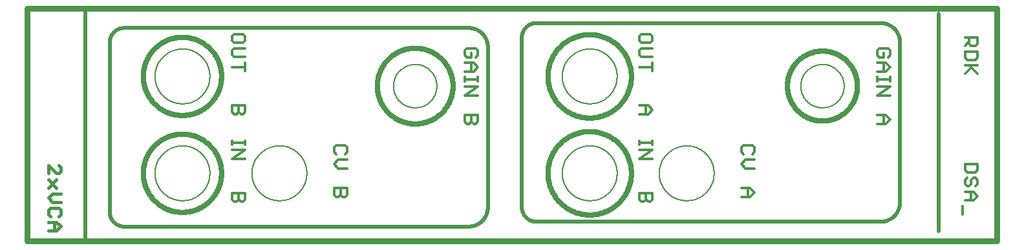
<source format=gto>
G75*
%MOIN*%
%OFA0B0*%
%FSLAX25Y25*%
%IPPOS*%
%LPD*%
%AMOC8*
5,1,8,0,0,1.08239X$1,22.5*
%
%ADD10C,0.01600*%
%ADD11C,0.00600*%
%ADD12C,0.02500*%
%ADD13C,0.02000*%
%ADD14C,0.01200*%
%ADD15C,0.01300*%
%ADD16C,0.03000*%
D10*
X0013300Y0118504D02*
X0017570Y0118504D01*
X0019705Y0120639D01*
X0017570Y0122775D01*
X0013300Y0122775D01*
X0016503Y0122775D02*
X0016503Y0118504D01*
X0018638Y0125871D02*
X0019705Y0126938D01*
X0019705Y0129073D01*
X0018638Y0130141D01*
X0014368Y0130141D01*
X0013300Y0129073D01*
X0013300Y0126938D01*
X0014368Y0125871D01*
X0015435Y0133237D02*
X0019705Y0133237D01*
X0015435Y0133237D02*
X0013300Y0135372D01*
X0015435Y0137507D01*
X0019705Y0137507D01*
X0017570Y0140603D02*
X0013300Y0144873D01*
X0013300Y0147969D02*
X0013300Y0152240D01*
X0017570Y0147969D01*
X0018638Y0147969D01*
X0019705Y0149037D01*
X0019705Y0151172D01*
X0018638Y0152240D01*
X0017570Y0144873D02*
X0013300Y0140603D01*
D11*
X0068358Y0148040D02*
X0068362Y0148387D01*
X0068375Y0148734D01*
X0068396Y0149080D01*
X0068426Y0149426D01*
X0068464Y0149771D01*
X0068511Y0150115D01*
X0068566Y0150458D01*
X0068630Y0150799D01*
X0068702Y0151139D01*
X0068782Y0151476D01*
X0068870Y0151812D01*
X0068967Y0152145D01*
X0069072Y0152476D01*
X0069185Y0152804D01*
X0069306Y0153130D01*
X0069434Y0153452D01*
X0069571Y0153771D01*
X0069716Y0154086D01*
X0069868Y0154398D01*
X0070028Y0154706D01*
X0070195Y0155011D01*
X0070370Y0155310D01*
X0070552Y0155606D01*
X0070741Y0155897D01*
X0070938Y0156183D01*
X0071141Y0156464D01*
X0071351Y0156741D01*
X0071568Y0157012D01*
X0071792Y0157277D01*
X0072021Y0157537D01*
X0072258Y0157791D01*
X0072500Y0158040D01*
X0072749Y0158282D01*
X0073003Y0158519D01*
X0073263Y0158748D01*
X0073528Y0158972D01*
X0073799Y0159189D01*
X0074076Y0159399D01*
X0074357Y0159602D01*
X0074643Y0159799D01*
X0074934Y0159988D01*
X0075230Y0160170D01*
X0075529Y0160345D01*
X0075834Y0160512D01*
X0076142Y0160672D01*
X0076454Y0160824D01*
X0076769Y0160969D01*
X0077088Y0161106D01*
X0077410Y0161234D01*
X0077736Y0161355D01*
X0078064Y0161468D01*
X0078395Y0161573D01*
X0078728Y0161670D01*
X0079064Y0161758D01*
X0079401Y0161838D01*
X0079741Y0161910D01*
X0080082Y0161974D01*
X0080425Y0162029D01*
X0080769Y0162076D01*
X0081114Y0162114D01*
X0081460Y0162144D01*
X0081806Y0162165D01*
X0082153Y0162178D01*
X0082500Y0162182D01*
X0082847Y0162178D01*
X0083194Y0162165D01*
X0083540Y0162144D01*
X0083886Y0162114D01*
X0084231Y0162076D01*
X0084575Y0162029D01*
X0084918Y0161974D01*
X0085259Y0161910D01*
X0085599Y0161838D01*
X0085936Y0161758D01*
X0086272Y0161670D01*
X0086605Y0161573D01*
X0086936Y0161468D01*
X0087264Y0161355D01*
X0087590Y0161234D01*
X0087912Y0161106D01*
X0088231Y0160969D01*
X0088546Y0160824D01*
X0088858Y0160672D01*
X0089166Y0160512D01*
X0089471Y0160345D01*
X0089770Y0160170D01*
X0090066Y0159988D01*
X0090357Y0159799D01*
X0090643Y0159602D01*
X0090924Y0159399D01*
X0091201Y0159189D01*
X0091472Y0158972D01*
X0091737Y0158748D01*
X0091997Y0158519D01*
X0092251Y0158282D01*
X0092500Y0158040D01*
X0092742Y0157791D01*
X0092979Y0157537D01*
X0093208Y0157277D01*
X0093432Y0157012D01*
X0093649Y0156741D01*
X0093859Y0156464D01*
X0094062Y0156183D01*
X0094259Y0155897D01*
X0094448Y0155606D01*
X0094630Y0155310D01*
X0094805Y0155011D01*
X0094972Y0154706D01*
X0095132Y0154398D01*
X0095284Y0154086D01*
X0095429Y0153771D01*
X0095566Y0153452D01*
X0095694Y0153130D01*
X0095815Y0152804D01*
X0095928Y0152476D01*
X0096033Y0152145D01*
X0096130Y0151812D01*
X0096218Y0151476D01*
X0096298Y0151139D01*
X0096370Y0150799D01*
X0096434Y0150458D01*
X0096489Y0150115D01*
X0096536Y0149771D01*
X0096574Y0149426D01*
X0096604Y0149080D01*
X0096625Y0148734D01*
X0096638Y0148387D01*
X0096642Y0148040D01*
X0096638Y0147693D01*
X0096625Y0147346D01*
X0096604Y0147000D01*
X0096574Y0146654D01*
X0096536Y0146309D01*
X0096489Y0145965D01*
X0096434Y0145622D01*
X0096370Y0145281D01*
X0096298Y0144941D01*
X0096218Y0144604D01*
X0096130Y0144268D01*
X0096033Y0143935D01*
X0095928Y0143604D01*
X0095815Y0143276D01*
X0095694Y0142950D01*
X0095566Y0142628D01*
X0095429Y0142309D01*
X0095284Y0141994D01*
X0095132Y0141682D01*
X0094972Y0141374D01*
X0094805Y0141069D01*
X0094630Y0140770D01*
X0094448Y0140474D01*
X0094259Y0140183D01*
X0094062Y0139897D01*
X0093859Y0139616D01*
X0093649Y0139339D01*
X0093432Y0139068D01*
X0093208Y0138803D01*
X0092979Y0138543D01*
X0092742Y0138289D01*
X0092500Y0138040D01*
X0092251Y0137798D01*
X0091997Y0137561D01*
X0091737Y0137332D01*
X0091472Y0137108D01*
X0091201Y0136891D01*
X0090924Y0136681D01*
X0090643Y0136478D01*
X0090357Y0136281D01*
X0090066Y0136092D01*
X0089770Y0135910D01*
X0089471Y0135735D01*
X0089166Y0135568D01*
X0088858Y0135408D01*
X0088546Y0135256D01*
X0088231Y0135111D01*
X0087912Y0134974D01*
X0087590Y0134846D01*
X0087264Y0134725D01*
X0086936Y0134612D01*
X0086605Y0134507D01*
X0086272Y0134410D01*
X0085936Y0134322D01*
X0085599Y0134242D01*
X0085259Y0134170D01*
X0084918Y0134106D01*
X0084575Y0134051D01*
X0084231Y0134004D01*
X0083886Y0133966D01*
X0083540Y0133936D01*
X0083194Y0133915D01*
X0082847Y0133902D01*
X0082500Y0133898D01*
X0082153Y0133902D01*
X0081806Y0133915D01*
X0081460Y0133936D01*
X0081114Y0133966D01*
X0080769Y0134004D01*
X0080425Y0134051D01*
X0080082Y0134106D01*
X0079741Y0134170D01*
X0079401Y0134242D01*
X0079064Y0134322D01*
X0078728Y0134410D01*
X0078395Y0134507D01*
X0078064Y0134612D01*
X0077736Y0134725D01*
X0077410Y0134846D01*
X0077088Y0134974D01*
X0076769Y0135111D01*
X0076454Y0135256D01*
X0076142Y0135408D01*
X0075834Y0135568D01*
X0075529Y0135735D01*
X0075230Y0135910D01*
X0074934Y0136092D01*
X0074643Y0136281D01*
X0074357Y0136478D01*
X0074076Y0136681D01*
X0073799Y0136891D01*
X0073528Y0137108D01*
X0073263Y0137332D01*
X0073003Y0137561D01*
X0072749Y0137798D01*
X0072500Y0138040D01*
X0072258Y0138289D01*
X0072021Y0138543D01*
X0071792Y0138803D01*
X0071568Y0139068D01*
X0071351Y0139339D01*
X0071141Y0139616D01*
X0070938Y0139897D01*
X0070741Y0140183D01*
X0070552Y0140474D01*
X0070370Y0140770D01*
X0070195Y0141069D01*
X0070028Y0141374D01*
X0069868Y0141682D01*
X0069716Y0141994D01*
X0069571Y0142309D01*
X0069434Y0142628D01*
X0069306Y0142950D01*
X0069185Y0143276D01*
X0069072Y0143604D01*
X0068967Y0143935D01*
X0068870Y0144268D01*
X0068782Y0144604D01*
X0068702Y0144941D01*
X0068630Y0145281D01*
X0068566Y0145622D01*
X0068511Y0145965D01*
X0068464Y0146309D01*
X0068426Y0146654D01*
X0068396Y0147000D01*
X0068375Y0147346D01*
X0068362Y0147693D01*
X0068358Y0148040D01*
X0118358Y0148040D02*
X0118362Y0148387D01*
X0118375Y0148734D01*
X0118396Y0149080D01*
X0118426Y0149426D01*
X0118464Y0149771D01*
X0118511Y0150115D01*
X0118566Y0150458D01*
X0118630Y0150799D01*
X0118702Y0151139D01*
X0118782Y0151476D01*
X0118870Y0151812D01*
X0118967Y0152145D01*
X0119072Y0152476D01*
X0119185Y0152804D01*
X0119306Y0153130D01*
X0119434Y0153452D01*
X0119571Y0153771D01*
X0119716Y0154086D01*
X0119868Y0154398D01*
X0120028Y0154706D01*
X0120195Y0155011D01*
X0120370Y0155310D01*
X0120552Y0155606D01*
X0120741Y0155897D01*
X0120938Y0156183D01*
X0121141Y0156464D01*
X0121351Y0156741D01*
X0121568Y0157012D01*
X0121792Y0157277D01*
X0122021Y0157537D01*
X0122258Y0157791D01*
X0122500Y0158040D01*
X0122749Y0158282D01*
X0123003Y0158519D01*
X0123263Y0158748D01*
X0123528Y0158972D01*
X0123799Y0159189D01*
X0124076Y0159399D01*
X0124357Y0159602D01*
X0124643Y0159799D01*
X0124934Y0159988D01*
X0125230Y0160170D01*
X0125529Y0160345D01*
X0125834Y0160512D01*
X0126142Y0160672D01*
X0126454Y0160824D01*
X0126769Y0160969D01*
X0127088Y0161106D01*
X0127410Y0161234D01*
X0127736Y0161355D01*
X0128064Y0161468D01*
X0128395Y0161573D01*
X0128728Y0161670D01*
X0129064Y0161758D01*
X0129401Y0161838D01*
X0129741Y0161910D01*
X0130082Y0161974D01*
X0130425Y0162029D01*
X0130769Y0162076D01*
X0131114Y0162114D01*
X0131460Y0162144D01*
X0131806Y0162165D01*
X0132153Y0162178D01*
X0132500Y0162182D01*
X0132847Y0162178D01*
X0133194Y0162165D01*
X0133540Y0162144D01*
X0133886Y0162114D01*
X0134231Y0162076D01*
X0134575Y0162029D01*
X0134918Y0161974D01*
X0135259Y0161910D01*
X0135599Y0161838D01*
X0135936Y0161758D01*
X0136272Y0161670D01*
X0136605Y0161573D01*
X0136936Y0161468D01*
X0137264Y0161355D01*
X0137590Y0161234D01*
X0137912Y0161106D01*
X0138231Y0160969D01*
X0138546Y0160824D01*
X0138858Y0160672D01*
X0139166Y0160512D01*
X0139471Y0160345D01*
X0139770Y0160170D01*
X0140066Y0159988D01*
X0140357Y0159799D01*
X0140643Y0159602D01*
X0140924Y0159399D01*
X0141201Y0159189D01*
X0141472Y0158972D01*
X0141737Y0158748D01*
X0141997Y0158519D01*
X0142251Y0158282D01*
X0142500Y0158040D01*
X0142742Y0157791D01*
X0142979Y0157537D01*
X0143208Y0157277D01*
X0143432Y0157012D01*
X0143649Y0156741D01*
X0143859Y0156464D01*
X0144062Y0156183D01*
X0144259Y0155897D01*
X0144448Y0155606D01*
X0144630Y0155310D01*
X0144805Y0155011D01*
X0144972Y0154706D01*
X0145132Y0154398D01*
X0145284Y0154086D01*
X0145429Y0153771D01*
X0145566Y0153452D01*
X0145694Y0153130D01*
X0145815Y0152804D01*
X0145928Y0152476D01*
X0146033Y0152145D01*
X0146130Y0151812D01*
X0146218Y0151476D01*
X0146298Y0151139D01*
X0146370Y0150799D01*
X0146434Y0150458D01*
X0146489Y0150115D01*
X0146536Y0149771D01*
X0146574Y0149426D01*
X0146604Y0149080D01*
X0146625Y0148734D01*
X0146638Y0148387D01*
X0146642Y0148040D01*
X0146638Y0147693D01*
X0146625Y0147346D01*
X0146604Y0147000D01*
X0146574Y0146654D01*
X0146536Y0146309D01*
X0146489Y0145965D01*
X0146434Y0145622D01*
X0146370Y0145281D01*
X0146298Y0144941D01*
X0146218Y0144604D01*
X0146130Y0144268D01*
X0146033Y0143935D01*
X0145928Y0143604D01*
X0145815Y0143276D01*
X0145694Y0142950D01*
X0145566Y0142628D01*
X0145429Y0142309D01*
X0145284Y0141994D01*
X0145132Y0141682D01*
X0144972Y0141374D01*
X0144805Y0141069D01*
X0144630Y0140770D01*
X0144448Y0140474D01*
X0144259Y0140183D01*
X0144062Y0139897D01*
X0143859Y0139616D01*
X0143649Y0139339D01*
X0143432Y0139068D01*
X0143208Y0138803D01*
X0142979Y0138543D01*
X0142742Y0138289D01*
X0142500Y0138040D01*
X0142251Y0137798D01*
X0141997Y0137561D01*
X0141737Y0137332D01*
X0141472Y0137108D01*
X0141201Y0136891D01*
X0140924Y0136681D01*
X0140643Y0136478D01*
X0140357Y0136281D01*
X0140066Y0136092D01*
X0139770Y0135910D01*
X0139471Y0135735D01*
X0139166Y0135568D01*
X0138858Y0135408D01*
X0138546Y0135256D01*
X0138231Y0135111D01*
X0137912Y0134974D01*
X0137590Y0134846D01*
X0137264Y0134725D01*
X0136936Y0134612D01*
X0136605Y0134507D01*
X0136272Y0134410D01*
X0135936Y0134322D01*
X0135599Y0134242D01*
X0135259Y0134170D01*
X0134918Y0134106D01*
X0134575Y0134051D01*
X0134231Y0134004D01*
X0133886Y0133966D01*
X0133540Y0133936D01*
X0133194Y0133915D01*
X0132847Y0133902D01*
X0132500Y0133898D01*
X0132153Y0133902D01*
X0131806Y0133915D01*
X0131460Y0133936D01*
X0131114Y0133966D01*
X0130769Y0134004D01*
X0130425Y0134051D01*
X0130082Y0134106D01*
X0129741Y0134170D01*
X0129401Y0134242D01*
X0129064Y0134322D01*
X0128728Y0134410D01*
X0128395Y0134507D01*
X0128064Y0134612D01*
X0127736Y0134725D01*
X0127410Y0134846D01*
X0127088Y0134974D01*
X0126769Y0135111D01*
X0126454Y0135256D01*
X0126142Y0135408D01*
X0125834Y0135568D01*
X0125529Y0135735D01*
X0125230Y0135910D01*
X0124934Y0136092D01*
X0124643Y0136281D01*
X0124357Y0136478D01*
X0124076Y0136681D01*
X0123799Y0136891D01*
X0123528Y0137108D01*
X0123263Y0137332D01*
X0123003Y0137561D01*
X0122749Y0137798D01*
X0122500Y0138040D01*
X0122258Y0138289D01*
X0122021Y0138543D01*
X0121792Y0138803D01*
X0121568Y0139068D01*
X0121351Y0139339D01*
X0121141Y0139616D01*
X0120938Y0139897D01*
X0120741Y0140183D01*
X0120552Y0140474D01*
X0120370Y0140770D01*
X0120195Y0141069D01*
X0120028Y0141374D01*
X0119868Y0141682D01*
X0119716Y0141994D01*
X0119571Y0142309D01*
X0119434Y0142628D01*
X0119306Y0142950D01*
X0119185Y0143276D01*
X0119072Y0143604D01*
X0118967Y0143935D01*
X0118870Y0144268D01*
X0118782Y0144604D01*
X0118702Y0144941D01*
X0118630Y0145281D01*
X0118566Y0145622D01*
X0118511Y0145965D01*
X0118464Y0146309D01*
X0118426Y0146654D01*
X0118396Y0147000D01*
X0118375Y0147346D01*
X0118362Y0147693D01*
X0118358Y0148040D01*
X0191320Y0193040D02*
X0191323Y0193314D01*
X0191333Y0193589D01*
X0191350Y0193862D01*
X0191374Y0194136D01*
X0191404Y0194409D01*
X0191441Y0194680D01*
X0191485Y0194951D01*
X0191535Y0195221D01*
X0191592Y0195490D01*
X0191655Y0195757D01*
X0191725Y0196022D01*
X0191801Y0196285D01*
X0191884Y0196547D01*
X0191974Y0196806D01*
X0192069Y0197064D01*
X0192171Y0197318D01*
X0192279Y0197571D01*
X0192393Y0197820D01*
X0192514Y0198067D01*
X0192640Y0198310D01*
X0192772Y0198551D01*
X0192911Y0198788D01*
X0193055Y0199021D01*
X0193204Y0199251D01*
X0193359Y0199478D01*
X0193520Y0199700D01*
X0193686Y0199918D01*
X0193858Y0200133D01*
X0194034Y0200342D01*
X0194216Y0200548D01*
X0194403Y0200749D01*
X0194595Y0200945D01*
X0194791Y0201137D01*
X0194992Y0201324D01*
X0195198Y0201506D01*
X0195407Y0201682D01*
X0195622Y0201854D01*
X0195840Y0202020D01*
X0196062Y0202181D01*
X0196289Y0202336D01*
X0196519Y0202485D01*
X0196752Y0202629D01*
X0196989Y0202768D01*
X0197230Y0202900D01*
X0197473Y0203026D01*
X0197720Y0203147D01*
X0197969Y0203261D01*
X0198222Y0203369D01*
X0198476Y0203471D01*
X0198734Y0203566D01*
X0198993Y0203656D01*
X0199255Y0203739D01*
X0199518Y0203815D01*
X0199783Y0203885D01*
X0200050Y0203948D01*
X0200319Y0204005D01*
X0200589Y0204055D01*
X0200860Y0204099D01*
X0201131Y0204136D01*
X0201404Y0204166D01*
X0201678Y0204190D01*
X0201951Y0204207D01*
X0202226Y0204217D01*
X0202500Y0204220D01*
X0202774Y0204217D01*
X0203049Y0204207D01*
X0203322Y0204190D01*
X0203596Y0204166D01*
X0203869Y0204136D01*
X0204140Y0204099D01*
X0204411Y0204055D01*
X0204681Y0204005D01*
X0204950Y0203948D01*
X0205217Y0203885D01*
X0205482Y0203815D01*
X0205745Y0203739D01*
X0206007Y0203656D01*
X0206266Y0203566D01*
X0206524Y0203471D01*
X0206778Y0203369D01*
X0207031Y0203261D01*
X0207280Y0203147D01*
X0207527Y0203026D01*
X0207770Y0202900D01*
X0208011Y0202768D01*
X0208248Y0202629D01*
X0208481Y0202485D01*
X0208711Y0202336D01*
X0208938Y0202181D01*
X0209160Y0202020D01*
X0209378Y0201854D01*
X0209593Y0201682D01*
X0209802Y0201506D01*
X0210008Y0201324D01*
X0210209Y0201137D01*
X0210405Y0200945D01*
X0210597Y0200749D01*
X0210784Y0200548D01*
X0210966Y0200342D01*
X0211142Y0200133D01*
X0211314Y0199918D01*
X0211480Y0199700D01*
X0211641Y0199478D01*
X0211796Y0199251D01*
X0211945Y0199021D01*
X0212089Y0198788D01*
X0212228Y0198551D01*
X0212360Y0198310D01*
X0212486Y0198067D01*
X0212607Y0197820D01*
X0212721Y0197571D01*
X0212829Y0197318D01*
X0212931Y0197064D01*
X0213026Y0196806D01*
X0213116Y0196547D01*
X0213199Y0196285D01*
X0213275Y0196022D01*
X0213345Y0195757D01*
X0213408Y0195490D01*
X0213465Y0195221D01*
X0213515Y0194951D01*
X0213559Y0194680D01*
X0213596Y0194409D01*
X0213626Y0194136D01*
X0213650Y0193862D01*
X0213667Y0193589D01*
X0213677Y0193314D01*
X0213680Y0193040D01*
X0213677Y0192766D01*
X0213667Y0192491D01*
X0213650Y0192218D01*
X0213626Y0191944D01*
X0213596Y0191671D01*
X0213559Y0191400D01*
X0213515Y0191129D01*
X0213465Y0190859D01*
X0213408Y0190590D01*
X0213345Y0190323D01*
X0213275Y0190058D01*
X0213199Y0189795D01*
X0213116Y0189533D01*
X0213026Y0189274D01*
X0212931Y0189016D01*
X0212829Y0188762D01*
X0212721Y0188509D01*
X0212607Y0188260D01*
X0212486Y0188013D01*
X0212360Y0187770D01*
X0212228Y0187529D01*
X0212089Y0187292D01*
X0211945Y0187059D01*
X0211796Y0186829D01*
X0211641Y0186602D01*
X0211480Y0186380D01*
X0211314Y0186162D01*
X0211142Y0185947D01*
X0210966Y0185738D01*
X0210784Y0185532D01*
X0210597Y0185331D01*
X0210405Y0185135D01*
X0210209Y0184943D01*
X0210008Y0184756D01*
X0209802Y0184574D01*
X0209593Y0184398D01*
X0209378Y0184226D01*
X0209160Y0184060D01*
X0208938Y0183899D01*
X0208711Y0183744D01*
X0208481Y0183595D01*
X0208248Y0183451D01*
X0208011Y0183312D01*
X0207770Y0183180D01*
X0207527Y0183054D01*
X0207280Y0182933D01*
X0207031Y0182819D01*
X0206778Y0182711D01*
X0206524Y0182609D01*
X0206266Y0182514D01*
X0206007Y0182424D01*
X0205745Y0182341D01*
X0205482Y0182265D01*
X0205217Y0182195D01*
X0204950Y0182132D01*
X0204681Y0182075D01*
X0204411Y0182025D01*
X0204140Y0181981D01*
X0203869Y0181944D01*
X0203596Y0181914D01*
X0203322Y0181890D01*
X0203049Y0181873D01*
X0202774Y0181863D01*
X0202500Y0181860D01*
X0202226Y0181863D01*
X0201951Y0181873D01*
X0201678Y0181890D01*
X0201404Y0181914D01*
X0201131Y0181944D01*
X0200860Y0181981D01*
X0200589Y0182025D01*
X0200319Y0182075D01*
X0200050Y0182132D01*
X0199783Y0182195D01*
X0199518Y0182265D01*
X0199255Y0182341D01*
X0198993Y0182424D01*
X0198734Y0182514D01*
X0198476Y0182609D01*
X0198222Y0182711D01*
X0197969Y0182819D01*
X0197720Y0182933D01*
X0197473Y0183054D01*
X0197230Y0183180D01*
X0196989Y0183312D01*
X0196752Y0183451D01*
X0196519Y0183595D01*
X0196289Y0183744D01*
X0196062Y0183899D01*
X0195840Y0184060D01*
X0195622Y0184226D01*
X0195407Y0184398D01*
X0195198Y0184574D01*
X0194992Y0184756D01*
X0194791Y0184943D01*
X0194595Y0185135D01*
X0194403Y0185331D01*
X0194216Y0185532D01*
X0194034Y0185738D01*
X0193858Y0185947D01*
X0193686Y0186162D01*
X0193520Y0186380D01*
X0193359Y0186602D01*
X0193204Y0186829D01*
X0193055Y0187059D01*
X0192911Y0187292D01*
X0192772Y0187529D01*
X0192640Y0187770D01*
X0192514Y0188013D01*
X0192393Y0188260D01*
X0192279Y0188509D01*
X0192171Y0188762D01*
X0192069Y0189016D01*
X0191974Y0189274D01*
X0191884Y0189533D01*
X0191801Y0189795D01*
X0191725Y0190058D01*
X0191655Y0190323D01*
X0191592Y0190590D01*
X0191535Y0190859D01*
X0191485Y0191129D01*
X0191441Y0191400D01*
X0191404Y0191671D01*
X0191374Y0191944D01*
X0191350Y0192218D01*
X0191333Y0192491D01*
X0191323Y0192766D01*
X0191320Y0193040D01*
X0278358Y0198040D02*
X0278362Y0198387D01*
X0278375Y0198734D01*
X0278396Y0199080D01*
X0278426Y0199426D01*
X0278464Y0199771D01*
X0278511Y0200115D01*
X0278566Y0200458D01*
X0278630Y0200799D01*
X0278702Y0201139D01*
X0278782Y0201476D01*
X0278870Y0201812D01*
X0278967Y0202145D01*
X0279072Y0202476D01*
X0279185Y0202804D01*
X0279306Y0203130D01*
X0279434Y0203452D01*
X0279571Y0203771D01*
X0279716Y0204086D01*
X0279868Y0204398D01*
X0280028Y0204706D01*
X0280195Y0205011D01*
X0280370Y0205310D01*
X0280552Y0205606D01*
X0280741Y0205897D01*
X0280938Y0206183D01*
X0281141Y0206464D01*
X0281351Y0206741D01*
X0281568Y0207012D01*
X0281792Y0207277D01*
X0282021Y0207537D01*
X0282258Y0207791D01*
X0282500Y0208040D01*
X0282749Y0208282D01*
X0283003Y0208519D01*
X0283263Y0208748D01*
X0283528Y0208972D01*
X0283799Y0209189D01*
X0284076Y0209399D01*
X0284357Y0209602D01*
X0284643Y0209799D01*
X0284934Y0209988D01*
X0285230Y0210170D01*
X0285529Y0210345D01*
X0285834Y0210512D01*
X0286142Y0210672D01*
X0286454Y0210824D01*
X0286769Y0210969D01*
X0287088Y0211106D01*
X0287410Y0211234D01*
X0287736Y0211355D01*
X0288064Y0211468D01*
X0288395Y0211573D01*
X0288728Y0211670D01*
X0289064Y0211758D01*
X0289401Y0211838D01*
X0289741Y0211910D01*
X0290082Y0211974D01*
X0290425Y0212029D01*
X0290769Y0212076D01*
X0291114Y0212114D01*
X0291460Y0212144D01*
X0291806Y0212165D01*
X0292153Y0212178D01*
X0292500Y0212182D01*
X0292847Y0212178D01*
X0293194Y0212165D01*
X0293540Y0212144D01*
X0293886Y0212114D01*
X0294231Y0212076D01*
X0294575Y0212029D01*
X0294918Y0211974D01*
X0295259Y0211910D01*
X0295599Y0211838D01*
X0295936Y0211758D01*
X0296272Y0211670D01*
X0296605Y0211573D01*
X0296936Y0211468D01*
X0297264Y0211355D01*
X0297590Y0211234D01*
X0297912Y0211106D01*
X0298231Y0210969D01*
X0298546Y0210824D01*
X0298858Y0210672D01*
X0299166Y0210512D01*
X0299471Y0210345D01*
X0299770Y0210170D01*
X0300066Y0209988D01*
X0300357Y0209799D01*
X0300643Y0209602D01*
X0300924Y0209399D01*
X0301201Y0209189D01*
X0301472Y0208972D01*
X0301737Y0208748D01*
X0301997Y0208519D01*
X0302251Y0208282D01*
X0302500Y0208040D01*
X0302742Y0207791D01*
X0302979Y0207537D01*
X0303208Y0207277D01*
X0303432Y0207012D01*
X0303649Y0206741D01*
X0303859Y0206464D01*
X0304062Y0206183D01*
X0304259Y0205897D01*
X0304448Y0205606D01*
X0304630Y0205310D01*
X0304805Y0205011D01*
X0304972Y0204706D01*
X0305132Y0204398D01*
X0305284Y0204086D01*
X0305429Y0203771D01*
X0305566Y0203452D01*
X0305694Y0203130D01*
X0305815Y0202804D01*
X0305928Y0202476D01*
X0306033Y0202145D01*
X0306130Y0201812D01*
X0306218Y0201476D01*
X0306298Y0201139D01*
X0306370Y0200799D01*
X0306434Y0200458D01*
X0306489Y0200115D01*
X0306536Y0199771D01*
X0306574Y0199426D01*
X0306604Y0199080D01*
X0306625Y0198734D01*
X0306638Y0198387D01*
X0306642Y0198040D01*
X0306638Y0197693D01*
X0306625Y0197346D01*
X0306604Y0197000D01*
X0306574Y0196654D01*
X0306536Y0196309D01*
X0306489Y0195965D01*
X0306434Y0195622D01*
X0306370Y0195281D01*
X0306298Y0194941D01*
X0306218Y0194604D01*
X0306130Y0194268D01*
X0306033Y0193935D01*
X0305928Y0193604D01*
X0305815Y0193276D01*
X0305694Y0192950D01*
X0305566Y0192628D01*
X0305429Y0192309D01*
X0305284Y0191994D01*
X0305132Y0191682D01*
X0304972Y0191374D01*
X0304805Y0191069D01*
X0304630Y0190770D01*
X0304448Y0190474D01*
X0304259Y0190183D01*
X0304062Y0189897D01*
X0303859Y0189616D01*
X0303649Y0189339D01*
X0303432Y0189068D01*
X0303208Y0188803D01*
X0302979Y0188543D01*
X0302742Y0188289D01*
X0302500Y0188040D01*
X0302251Y0187798D01*
X0301997Y0187561D01*
X0301737Y0187332D01*
X0301472Y0187108D01*
X0301201Y0186891D01*
X0300924Y0186681D01*
X0300643Y0186478D01*
X0300357Y0186281D01*
X0300066Y0186092D01*
X0299770Y0185910D01*
X0299471Y0185735D01*
X0299166Y0185568D01*
X0298858Y0185408D01*
X0298546Y0185256D01*
X0298231Y0185111D01*
X0297912Y0184974D01*
X0297590Y0184846D01*
X0297264Y0184725D01*
X0296936Y0184612D01*
X0296605Y0184507D01*
X0296272Y0184410D01*
X0295936Y0184322D01*
X0295599Y0184242D01*
X0295259Y0184170D01*
X0294918Y0184106D01*
X0294575Y0184051D01*
X0294231Y0184004D01*
X0293886Y0183966D01*
X0293540Y0183936D01*
X0293194Y0183915D01*
X0292847Y0183902D01*
X0292500Y0183898D01*
X0292153Y0183902D01*
X0291806Y0183915D01*
X0291460Y0183936D01*
X0291114Y0183966D01*
X0290769Y0184004D01*
X0290425Y0184051D01*
X0290082Y0184106D01*
X0289741Y0184170D01*
X0289401Y0184242D01*
X0289064Y0184322D01*
X0288728Y0184410D01*
X0288395Y0184507D01*
X0288064Y0184612D01*
X0287736Y0184725D01*
X0287410Y0184846D01*
X0287088Y0184974D01*
X0286769Y0185111D01*
X0286454Y0185256D01*
X0286142Y0185408D01*
X0285834Y0185568D01*
X0285529Y0185735D01*
X0285230Y0185910D01*
X0284934Y0186092D01*
X0284643Y0186281D01*
X0284357Y0186478D01*
X0284076Y0186681D01*
X0283799Y0186891D01*
X0283528Y0187108D01*
X0283263Y0187332D01*
X0283003Y0187561D01*
X0282749Y0187798D01*
X0282500Y0188040D01*
X0282258Y0188289D01*
X0282021Y0188543D01*
X0281792Y0188803D01*
X0281568Y0189068D01*
X0281351Y0189339D01*
X0281141Y0189616D01*
X0280938Y0189897D01*
X0280741Y0190183D01*
X0280552Y0190474D01*
X0280370Y0190770D01*
X0280195Y0191069D01*
X0280028Y0191374D01*
X0279868Y0191682D01*
X0279716Y0191994D01*
X0279571Y0192309D01*
X0279434Y0192628D01*
X0279306Y0192950D01*
X0279185Y0193276D01*
X0279072Y0193604D01*
X0278967Y0193935D01*
X0278870Y0194268D01*
X0278782Y0194604D01*
X0278702Y0194941D01*
X0278630Y0195281D01*
X0278566Y0195622D01*
X0278511Y0195965D01*
X0278464Y0196309D01*
X0278426Y0196654D01*
X0278396Y0197000D01*
X0278375Y0197346D01*
X0278362Y0197693D01*
X0278358Y0198040D01*
X0278358Y0148040D02*
X0278362Y0148387D01*
X0278375Y0148734D01*
X0278396Y0149080D01*
X0278426Y0149426D01*
X0278464Y0149771D01*
X0278511Y0150115D01*
X0278566Y0150458D01*
X0278630Y0150799D01*
X0278702Y0151139D01*
X0278782Y0151476D01*
X0278870Y0151812D01*
X0278967Y0152145D01*
X0279072Y0152476D01*
X0279185Y0152804D01*
X0279306Y0153130D01*
X0279434Y0153452D01*
X0279571Y0153771D01*
X0279716Y0154086D01*
X0279868Y0154398D01*
X0280028Y0154706D01*
X0280195Y0155011D01*
X0280370Y0155310D01*
X0280552Y0155606D01*
X0280741Y0155897D01*
X0280938Y0156183D01*
X0281141Y0156464D01*
X0281351Y0156741D01*
X0281568Y0157012D01*
X0281792Y0157277D01*
X0282021Y0157537D01*
X0282258Y0157791D01*
X0282500Y0158040D01*
X0282749Y0158282D01*
X0283003Y0158519D01*
X0283263Y0158748D01*
X0283528Y0158972D01*
X0283799Y0159189D01*
X0284076Y0159399D01*
X0284357Y0159602D01*
X0284643Y0159799D01*
X0284934Y0159988D01*
X0285230Y0160170D01*
X0285529Y0160345D01*
X0285834Y0160512D01*
X0286142Y0160672D01*
X0286454Y0160824D01*
X0286769Y0160969D01*
X0287088Y0161106D01*
X0287410Y0161234D01*
X0287736Y0161355D01*
X0288064Y0161468D01*
X0288395Y0161573D01*
X0288728Y0161670D01*
X0289064Y0161758D01*
X0289401Y0161838D01*
X0289741Y0161910D01*
X0290082Y0161974D01*
X0290425Y0162029D01*
X0290769Y0162076D01*
X0291114Y0162114D01*
X0291460Y0162144D01*
X0291806Y0162165D01*
X0292153Y0162178D01*
X0292500Y0162182D01*
X0292847Y0162178D01*
X0293194Y0162165D01*
X0293540Y0162144D01*
X0293886Y0162114D01*
X0294231Y0162076D01*
X0294575Y0162029D01*
X0294918Y0161974D01*
X0295259Y0161910D01*
X0295599Y0161838D01*
X0295936Y0161758D01*
X0296272Y0161670D01*
X0296605Y0161573D01*
X0296936Y0161468D01*
X0297264Y0161355D01*
X0297590Y0161234D01*
X0297912Y0161106D01*
X0298231Y0160969D01*
X0298546Y0160824D01*
X0298858Y0160672D01*
X0299166Y0160512D01*
X0299471Y0160345D01*
X0299770Y0160170D01*
X0300066Y0159988D01*
X0300357Y0159799D01*
X0300643Y0159602D01*
X0300924Y0159399D01*
X0301201Y0159189D01*
X0301472Y0158972D01*
X0301737Y0158748D01*
X0301997Y0158519D01*
X0302251Y0158282D01*
X0302500Y0158040D01*
X0302742Y0157791D01*
X0302979Y0157537D01*
X0303208Y0157277D01*
X0303432Y0157012D01*
X0303649Y0156741D01*
X0303859Y0156464D01*
X0304062Y0156183D01*
X0304259Y0155897D01*
X0304448Y0155606D01*
X0304630Y0155310D01*
X0304805Y0155011D01*
X0304972Y0154706D01*
X0305132Y0154398D01*
X0305284Y0154086D01*
X0305429Y0153771D01*
X0305566Y0153452D01*
X0305694Y0153130D01*
X0305815Y0152804D01*
X0305928Y0152476D01*
X0306033Y0152145D01*
X0306130Y0151812D01*
X0306218Y0151476D01*
X0306298Y0151139D01*
X0306370Y0150799D01*
X0306434Y0150458D01*
X0306489Y0150115D01*
X0306536Y0149771D01*
X0306574Y0149426D01*
X0306604Y0149080D01*
X0306625Y0148734D01*
X0306638Y0148387D01*
X0306642Y0148040D01*
X0306638Y0147693D01*
X0306625Y0147346D01*
X0306604Y0147000D01*
X0306574Y0146654D01*
X0306536Y0146309D01*
X0306489Y0145965D01*
X0306434Y0145622D01*
X0306370Y0145281D01*
X0306298Y0144941D01*
X0306218Y0144604D01*
X0306130Y0144268D01*
X0306033Y0143935D01*
X0305928Y0143604D01*
X0305815Y0143276D01*
X0305694Y0142950D01*
X0305566Y0142628D01*
X0305429Y0142309D01*
X0305284Y0141994D01*
X0305132Y0141682D01*
X0304972Y0141374D01*
X0304805Y0141069D01*
X0304630Y0140770D01*
X0304448Y0140474D01*
X0304259Y0140183D01*
X0304062Y0139897D01*
X0303859Y0139616D01*
X0303649Y0139339D01*
X0303432Y0139068D01*
X0303208Y0138803D01*
X0302979Y0138543D01*
X0302742Y0138289D01*
X0302500Y0138040D01*
X0302251Y0137798D01*
X0301997Y0137561D01*
X0301737Y0137332D01*
X0301472Y0137108D01*
X0301201Y0136891D01*
X0300924Y0136681D01*
X0300643Y0136478D01*
X0300357Y0136281D01*
X0300066Y0136092D01*
X0299770Y0135910D01*
X0299471Y0135735D01*
X0299166Y0135568D01*
X0298858Y0135408D01*
X0298546Y0135256D01*
X0298231Y0135111D01*
X0297912Y0134974D01*
X0297590Y0134846D01*
X0297264Y0134725D01*
X0296936Y0134612D01*
X0296605Y0134507D01*
X0296272Y0134410D01*
X0295936Y0134322D01*
X0295599Y0134242D01*
X0295259Y0134170D01*
X0294918Y0134106D01*
X0294575Y0134051D01*
X0294231Y0134004D01*
X0293886Y0133966D01*
X0293540Y0133936D01*
X0293194Y0133915D01*
X0292847Y0133902D01*
X0292500Y0133898D01*
X0292153Y0133902D01*
X0291806Y0133915D01*
X0291460Y0133936D01*
X0291114Y0133966D01*
X0290769Y0134004D01*
X0290425Y0134051D01*
X0290082Y0134106D01*
X0289741Y0134170D01*
X0289401Y0134242D01*
X0289064Y0134322D01*
X0288728Y0134410D01*
X0288395Y0134507D01*
X0288064Y0134612D01*
X0287736Y0134725D01*
X0287410Y0134846D01*
X0287088Y0134974D01*
X0286769Y0135111D01*
X0286454Y0135256D01*
X0286142Y0135408D01*
X0285834Y0135568D01*
X0285529Y0135735D01*
X0285230Y0135910D01*
X0284934Y0136092D01*
X0284643Y0136281D01*
X0284357Y0136478D01*
X0284076Y0136681D01*
X0283799Y0136891D01*
X0283528Y0137108D01*
X0283263Y0137332D01*
X0283003Y0137561D01*
X0282749Y0137798D01*
X0282500Y0138040D01*
X0282258Y0138289D01*
X0282021Y0138543D01*
X0281792Y0138803D01*
X0281568Y0139068D01*
X0281351Y0139339D01*
X0281141Y0139616D01*
X0280938Y0139897D01*
X0280741Y0140183D01*
X0280552Y0140474D01*
X0280370Y0140770D01*
X0280195Y0141069D01*
X0280028Y0141374D01*
X0279868Y0141682D01*
X0279716Y0141994D01*
X0279571Y0142309D01*
X0279434Y0142628D01*
X0279306Y0142950D01*
X0279185Y0143276D01*
X0279072Y0143604D01*
X0278967Y0143935D01*
X0278870Y0144268D01*
X0278782Y0144604D01*
X0278702Y0144941D01*
X0278630Y0145281D01*
X0278566Y0145622D01*
X0278511Y0145965D01*
X0278464Y0146309D01*
X0278426Y0146654D01*
X0278396Y0147000D01*
X0278375Y0147346D01*
X0278362Y0147693D01*
X0278358Y0148040D01*
X0328358Y0148040D02*
X0328362Y0148387D01*
X0328375Y0148734D01*
X0328396Y0149080D01*
X0328426Y0149426D01*
X0328464Y0149771D01*
X0328511Y0150115D01*
X0328566Y0150458D01*
X0328630Y0150799D01*
X0328702Y0151139D01*
X0328782Y0151476D01*
X0328870Y0151812D01*
X0328967Y0152145D01*
X0329072Y0152476D01*
X0329185Y0152804D01*
X0329306Y0153130D01*
X0329434Y0153452D01*
X0329571Y0153771D01*
X0329716Y0154086D01*
X0329868Y0154398D01*
X0330028Y0154706D01*
X0330195Y0155011D01*
X0330370Y0155310D01*
X0330552Y0155606D01*
X0330741Y0155897D01*
X0330938Y0156183D01*
X0331141Y0156464D01*
X0331351Y0156741D01*
X0331568Y0157012D01*
X0331792Y0157277D01*
X0332021Y0157537D01*
X0332258Y0157791D01*
X0332500Y0158040D01*
X0332749Y0158282D01*
X0333003Y0158519D01*
X0333263Y0158748D01*
X0333528Y0158972D01*
X0333799Y0159189D01*
X0334076Y0159399D01*
X0334357Y0159602D01*
X0334643Y0159799D01*
X0334934Y0159988D01*
X0335230Y0160170D01*
X0335529Y0160345D01*
X0335834Y0160512D01*
X0336142Y0160672D01*
X0336454Y0160824D01*
X0336769Y0160969D01*
X0337088Y0161106D01*
X0337410Y0161234D01*
X0337736Y0161355D01*
X0338064Y0161468D01*
X0338395Y0161573D01*
X0338728Y0161670D01*
X0339064Y0161758D01*
X0339401Y0161838D01*
X0339741Y0161910D01*
X0340082Y0161974D01*
X0340425Y0162029D01*
X0340769Y0162076D01*
X0341114Y0162114D01*
X0341460Y0162144D01*
X0341806Y0162165D01*
X0342153Y0162178D01*
X0342500Y0162182D01*
X0342847Y0162178D01*
X0343194Y0162165D01*
X0343540Y0162144D01*
X0343886Y0162114D01*
X0344231Y0162076D01*
X0344575Y0162029D01*
X0344918Y0161974D01*
X0345259Y0161910D01*
X0345599Y0161838D01*
X0345936Y0161758D01*
X0346272Y0161670D01*
X0346605Y0161573D01*
X0346936Y0161468D01*
X0347264Y0161355D01*
X0347590Y0161234D01*
X0347912Y0161106D01*
X0348231Y0160969D01*
X0348546Y0160824D01*
X0348858Y0160672D01*
X0349166Y0160512D01*
X0349471Y0160345D01*
X0349770Y0160170D01*
X0350066Y0159988D01*
X0350357Y0159799D01*
X0350643Y0159602D01*
X0350924Y0159399D01*
X0351201Y0159189D01*
X0351472Y0158972D01*
X0351737Y0158748D01*
X0351997Y0158519D01*
X0352251Y0158282D01*
X0352500Y0158040D01*
X0352742Y0157791D01*
X0352979Y0157537D01*
X0353208Y0157277D01*
X0353432Y0157012D01*
X0353649Y0156741D01*
X0353859Y0156464D01*
X0354062Y0156183D01*
X0354259Y0155897D01*
X0354448Y0155606D01*
X0354630Y0155310D01*
X0354805Y0155011D01*
X0354972Y0154706D01*
X0355132Y0154398D01*
X0355284Y0154086D01*
X0355429Y0153771D01*
X0355566Y0153452D01*
X0355694Y0153130D01*
X0355815Y0152804D01*
X0355928Y0152476D01*
X0356033Y0152145D01*
X0356130Y0151812D01*
X0356218Y0151476D01*
X0356298Y0151139D01*
X0356370Y0150799D01*
X0356434Y0150458D01*
X0356489Y0150115D01*
X0356536Y0149771D01*
X0356574Y0149426D01*
X0356604Y0149080D01*
X0356625Y0148734D01*
X0356638Y0148387D01*
X0356642Y0148040D01*
X0356638Y0147693D01*
X0356625Y0147346D01*
X0356604Y0147000D01*
X0356574Y0146654D01*
X0356536Y0146309D01*
X0356489Y0145965D01*
X0356434Y0145622D01*
X0356370Y0145281D01*
X0356298Y0144941D01*
X0356218Y0144604D01*
X0356130Y0144268D01*
X0356033Y0143935D01*
X0355928Y0143604D01*
X0355815Y0143276D01*
X0355694Y0142950D01*
X0355566Y0142628D01*
X0355429Y0142309D01*
X0355284Y0141994D01*
X0355132Y0141682D01*
X0354972Y0141374D01*
X0354805Y0141069D01*
X0354630Y0140770D01*
X0354448Y0140474D01*
X0354259Y0140183D01*
X0354062Y0139897D01*
X0353859Y0139616D01*
X0353649Y0139339D01*
X0353432Y0139068D01*
X0353208Y0138803D01*
X0352979Y0138543D01*
X0352742Y0138289D01*
X0352500Y0138040D01*
X0352251Y0137798D01*
X0351997Y0137561D01*
X0351737Y0137332D01*
X0351472Y0137108D01*
X0351201Y0136891D01*
X0350924Y0136681D01*
X0350643Y0136478D01*
X0350357Y0136281D01*
X0350066Y0136092D01*
X0349770Y0135910D01*
X0349471Y0135735D01*
X0349166Y0135568D01*
X0348858Y0135408D01*
X0348546Y0135256D01*
X0348231Y0135111D01*
X0347912Y0134974D01*
X0347590Y0134846D01*
X0347264Y0134725D01*
X0346936Y0134612D01*
X0346605Y0134507D01*
X0346272Y0134410D01*
X0345936Y0134322D01*
X0345599Y0134242D01*
X0345259Y0134170D01*
X0344918Y0134106D01*
X0344575Y0134051D01*
X0344231Y0134004D01*
X0343886Y0133966D01*
X0343540Y0133936D01*
X0343194Y0133915D01*
X0342847Y0133902D01*
X0342500Y0133898D01*
X0342153Y0133902D01*
X0341806Y0133915D01*
X0341460Y0133936D01*
X0341114Y0133966D01*
X0340769Y0134004D01*
X0340425Y0134051D01*
X0340082Y0134106D01*
X0339741Y0134170D01*
X0339401Y0134242D01*
X0339064Y0134322D01*
X0338728Y0134410D01*
X0338395Y0134507D01*
X0338064Y0134612D01*
X0337736Y0134725D01*
X0337410Y0134846D01*
X0337088Y0134974D01*
X0336769Y0135111D01*
X0336454Y0135256D01*
X0336142Y0135408D01*
X0335834Y0135568D01*
X0335529Y0135735D01*
X0335230Y0135910D01*
X0334934Y0136092D01*
X0334643Y0136281D01*
X0334357Y0136478D01*
X0334076Y0136681D01*
X0333799Y0136891D01*
X0333528Y0137108D01*
X0333263Y0137332D01*
X0333003Y0137561D01*
X0332749Y0137798D01*
X0332500Y0138040D01*
X0332258Y0138289D01*
X0332021Y0138543D01*
X0331792Y0138803D01*
X0331568Y0139068D01*
X0331351Y0139339D01*
X0331141Y0139616D01*
X0330938Y0139897D01*
X0330741Y0140183D01*
X0330552Y0140474D01*
X0330370Y0140770D01*
X0330195Y0141069D01*
X0330028Y0141374D01*
X0329868Y0141682D01*
X0329716Y0141994D01*
X0329571Y0142309D01*
X0329434Y0142628D01*
X0329306Y0142950D01*
X0329185Y0143276D01*
X0329072Y0143604D01*
X0328967Y0143935D01*
X0328870Y0144268D01*
X0328782Y0144604D01*
X0328702Y0144941D01*
X0328630Y0145281D01*
X0328566Y0145622D01*
X0328511Y0145965D01*
X0328464Y0146309D01*
X0328426Y0146654D01*
X0328396Y0147000D01*
X0328375Y0147346D01*
X0328362Y0147693D01*
X0328358Y0148040D01*
X0401320Y0193040D02*
X0401323Y0193314D01*
X0401333Y0193589D01*
X0401350Y0193862D01*
X0401374Y0194136D01*
X0401404Y0194409D01*
X0401441Y0194680D01*
X0401485Y0194951D01*
X0401535Y0195221D01*
X0401592Y0195490D01*
X0401655Y0195757D01*
X0401725Y0196022D01*
X0401801Y0196285D01*
X0401884Y0196547D01*
X0401974Y0196806D01*
X0402069Y0197064D01*
X0402171Y0197318D01*
X0402279Y0197571D01*
X0402393Y0197820D01*
X0402514Y0198067D01*
X0402640Y0198310D01*
X0402772Y0198551D01*
X0402911Y0198788D01*
X0403055Y0199021D01*
X0403204Y0199251D01*
X0403359Y0199478D01*
X0403520Y0199700D01*
X0403686Y0199918D01*
X0403858Y0200133D01*
X0404034Y0200342D01*
X0404216Y0200548D01*
X0404403Y0200749D01*
X0404595Y0200945D01*
X0404791Y0201137D01*
X0404992Y0201324D01*
X0405198Y0201506D01*
X0405407Y0201682D01*
X0405622Y0201854D01*
X0405840Y0202020D01*
X0406062Y0202181D01*
X0406289Y0202336D01*
X0406519Y0202485D01*
X0406752Y0202629D01*
X0406989Y0202768D01*
X0407230Y0202900D01*
X0407473Y0203026D01*
X0407720Y0203147D01*
X0407969Y0203261D01*
X0408222Y0203369D01*
X0408476Y0203471D01*
X0408734Y0203566D01*
X0408993Y0203656D01*
X0409255Y0203739D01*
X0409518Y0203815D01*
X0409783Y0203885D01*
X0410050Y0203948D01*
X0410319Y0204005D01*
X0410589Y0204055D01*
X0410860Y0204099D01*
X0411131Y0204136D01*
X0411404Y0204166D01*
X0411678Y0204190D01*
X0411951Y0204207D01*
X0412226Y0204217D01*
X0412500Y0204220D01*
X0412774Y0204217D01*
X0413049Y0204207D01*
X0413322Y0204190D01*
X0413596Y0204166D01*
X0413869Y0204136D01*
X0414140Y0204099D01*
X0414411Y0204055D01*
X0414681Y0204005D01*
X0414950Y0203948D01*
X0415217Y0203885D01*
X0415482Y0203815D01*
X0415745Y0203739D01*
X0416007Y0203656D01*
X0416266Y0203566D01*
X0416524Y0203471D01*
X0416778Y0203369D01*
X0417031Y0203261D01*
X0417280Y0203147D01*
X0417527Y0203026D01*
X0417770Y0202900D01*
X0418011Y0202768D01*
X0418248Y0202629D01*
X0418481Y0202485D01*
X0418711Y0202336D01*
X0418938Y0202181D01*
X0419160Y0202020D01*
X0419378Y0201854D01*
X0419593Y0201682D01*
X0419802Y0201506D01*
X0420008Y0201324D01*
X0420209Y0201137D01*
X0420405Y0200945D01*
X0420597Y0200749D01*
X0420784Y0200548D01*
X0420966Y0200342D01*
X0421142Y0200133D01*
X0421314Y0199918D01*
X0421480Y0199700D01*
X0421641Y0199478D01*
X0421796Y0199251D01*
X0421945Y0199021D01*
X0422089Y0198788D01*
X0422228Y0198551D01*
X0422360Y0198310D01*
X0422486Y0198067D01*
X0422607Y0197820D01*
X0422721Y0197571D01*
X0422829Y0197318D01*
X0422931Y0197064D01*
X0423026Y0196806D01*
X0423116Y0196547D01*
X0423199Y0196285D01*
X0423275Y0196022D01*
X0423345Y0195757D01*
X0423408Y0195490D01*
X0423465Y0195221D01*
X0423515Y0194951D01*
X0423559Y0194680D01*
X0423596Y0194409D01*
X0423626Y0194136D01*
X0423650Y0193862D01*
X0423667Y0193589D01*
X0423677Y0193314D01*
X0423680Y0193040D01*
X0423677Y0192766D01*
X0423667Y0192491D01*
X0423650Y0192218D01*
X0423626Y0191944D01*
X0423596Y0191671D01*
X0423559Y0191400D01*
X0423515Y0191129D01*
X0423465Y0190859D01*
X0423408Y0190590D01*
X0423345Y0190323D01*
X0423275Y0190058D01*
X0423199Y0189795D01*
X0423116Y0189533D01*
X0423026Y0189274D01*
X0422931Y0189016D01*
X0422829Y0188762D01*
X0422721Y0188509D01*
X0422607Y0188260D01*
X0422486Y0188013D01*
X0422360Y0187770D01*
X0422228Y0187529D01*
X0422089Y0187292D01*
X0421945Y0187059D01*
X0421796Y0186829D01*
X0421641Y0186602D01*
X0421480Y0186380D01*
X0421314Y0186162D01*
X0421142Y0185947D01*
X0420966Y0185738D01*
X0420784Y0185532D01*
X0420597Y0185331D01*
X0420405Y0185135D01*
X0420209Y0184943D01*
X0420008Y0184756D01*
X0419802Y0184574D01*
X0419593Y0184398D01*
X0419378Y0184226D01*
X0419160Y0184060D01*
X0418938Y0183899D01*
X0418711Y0183744D01*
X0418481Y0183595D01*
X0418248Y0183451D01*
X0418011Y0183312D01*
X0417770Y0183180D01*
X0417527Y0183054D01*
X0417280Y0182933D01*
X0417031Y0182819D01*
X0416778Y0182711D01*
X0416524Y0182609D01*
X0416266Y0182514D01*
X0416007Y0182424D01*
X0415745Y0182341D01*
X0415482Y0182265D01*
X0415217Y0182195D01*
X0414950Y0182132D01*
X0414681Y0182075D01*
X0414411Y0182025D01*
X0414140Y0181981D01*
X0413869Y0181944D01*
X0413596Y0181914D01*
X0413322Y0181890D01*
X0413049Y0181873D01*
X0412774Y0181863D01*
X0412500Y0181860D01*
X0412226Y0181863D01*
X0411951Y0181873D01*
X0411678Y0181890D01*
X0411404Y0181914D01*
X0411131Y0181944D01*
X0410860Y0181981D01*
X0410589Y0182025D01*
X0410319Y0182075D01*
X0410050Y0182132D01*
X0409783Y0182195D01*
X0409518Y0182265D01*
X0409255Y0182341D01*
X0408993Y0182424D01*
X0408734Y0182514D01*
X0408476Y0182609D01*
X0408222Y0182711D01*
X0407969Y0182819D01*
X0407720Y0182933D01*
X0407473Y0183054D01*
X0407230Y0183180D01*
X0406989Y0183312D01*
X0406752Y0183451D01*
X0406519Y0183595D01*
X0406289Y0183744D01*
X0406062Y0183899D01*
X0405840Y0184060D01*
X0405622Y0184226D01*
X0405407Y0184398D01*
X0405198Y0184574D01*
X0404992Y0184756D01*
X0404791Y0184943D01*
X0404595Y0185135D01*
X0404403Y0185331D01*
X0404216Y0185532D01*
X0404034Y0185738D01*
X0403858Y0185947D01*
X0403686Y0186162D01*
X0403520Y0186380D01*
X0403359Y0186602D01*
X0403204Y0186829D01*
X0403055Y0187059D01*
X0402911Y0187292D01*
X0402772Y0187529D01*
X0402640Y0187770D01*
X0402514Y0188013D01*
X0402393Y0188260D01*
X0402279Y0188509D01*
X0402171Y0188762D01*
X0402069Y0189016D01*
X0401974Y0189274D01*
X0401884Y0189533D01*
X0401801Y0189795D01*
X0401725Y0190058D01*
X0401655Y0190323D01*
X0401592Y0190590D01*
X0401535Y0190859D01*
X0401485Y0191129D01*
X0401441Y0191400D01*
X0401404Y0191671D01*
X0401374Y0191944D01*
X0401350Y0192218D01*
X0401333Y0192491D01*
X0401323Y0192766D01*
X0401320Y0193040D01*
X0068358Y0198040D02*
X0068362Y0198387D01*
X0068375Y0198734D01*
X0068396Y0199080D01*
X0068426Y0199426D01*
X0068464Y0199771D01*
X0068511Y0200115D01*
X0068566Y0200458D01*
X0068630Y0200799D01*
X0068702Y0201139D01*
X0068782Y0201476D01*
X0068870Y0201812D01*
X0068967Y0202145D01*
X0069072Y0202476D01*
X0069185Y0202804D01*
X0069306Y0203130D01*
X0069434Y0203452D01*
X0069571Y0203771D01*
X0069716Y0204086D01*
X0069868Y0204398D01*
X0070028Y0204706D01*
X0070195Y0205011D01*
X0070370Y0205310D01*
X0070552Y0205606D01*
X0070741Y0205897D01*
X0070938Y0206183D01*
X0071141Y0206464D01*
X0071351Y0206741D01*
X0071568Y0207012D01*
X0071792Y0207277D01*
X0072021Y0207537D01*
X0072258Y0207791D01*
X0072500Y0208040D01*
X0072749Y0208282D01*
X0073003Y0208519D01*
X0073263Y0208748D01*
X0073528Y0208972D01*
X0073799Y0209189D01*
X0074076Y0209399D01*
X0074357Y0209602D01*
X0074643Y0209799D01*
X0074934Y0209988D01*
X0075230Y0210170D01*
X0075529Y0210345D01*
X0075834Y0210512D01*
X0076142Y0210672D01*
X0076454Y0210824D01*
X0076769Y0210969D01*
X0077088Y0211106D01*
X0077410Y0211234D01*
X0077736Y0211355D01*
X0078064Y0211468D01*
X0078395Y0211573D01*
X0078728Y0211670D01*
X0079064Y0211758D01*
X0079401Y0211838D01*
X0079741Y0211910D01*
X0080082Y0211974D01*
X0080425Y0212029D01*
X0080769Y0212076D01*
X0081114Y0212114D01*
X0081460Y0212144D01*
X0081806Y0212165D01*
X0082153Y0212178D01*
X0082500Y0212182D01*
X0082847Y0212178D01*
X0083194Y0212165D01*
X0083540Y0212144D01*
X0083886Y0212114D01*
X0084231Y0212076D01*
X0084575Y0212029D01*
X0084918Y0211974D01*
X0085259Y0211910D01*
X0085599Y0211838D01*
X0085936Y0211758D01*
X0086272Y0211670D01*
X0086605Y0211573D01*
X0086936Y0211468D01*
X0087264Y0211355D01*
X0087590Y0211234D01*
X0087912Y0211106D01*
X0088231Y0210969D01*
X0088546Y0210824D01*
X0088858Y0210672D01*
X0089166Y0210512D01*
X0089471Y0210345D01*
X0089770Y0210170D01*
X0090066Y0209988D01*
X0090357Y0209799D01*
X0090643Y0209602D01*
X0090924Y0209399D01*
X0091201Y0209189D01*
X0091472Y0208972D01*
X0091737Y0208748D01*
X0091997Y0208519D01*
X0092251Y0208282D01*
X0092500Y0208040D01*
X0092742Y0207791D01*
X0092979Y0207537D01*
X0093208Y0207277D01*
X0093432Y0207012D01*
X0093649Y0206741D01*
X0093859Y0206464D01*
X0094062Y0206183D01*
X0094259Y0205897D01*
X0094448Y0205606D01*
X0094630Y0205310D01*
X0094805Y0205011D01*
X0094972Y0204706D01*
X0095132Y0204398D01*
X0095284Y0204086D01*
X0095429Y0203771D01*
X0095566Y0203452D01*
X0095694Y0203130D01*
X0095815Y0202804D01*
X0095928Y0202476D01*
X0096033Y0202145D01*
X0096130Y0201812D01*
X0096218Y0201476D01*
X0096298Y0201139D01*
X0096370Y0200799D01*
X0096434Y0200458D01*
X0096489Y0200115D01*
X0096536Y0199771D01*
X0096574Y0199426D01*
X0096604Y0199080D01*
X0096625Y0198734D01*
X0096638Y0198387D01*
X0096642Y0198040D01*
X0096638Y0197693D01*
X0096625Y0197346D01*
X0096604Y0197000D01*
X0096574Y0196654D01*
X0096536Y0196309D01*
X0096489Y0195965D01*
X0096434Y0195622D01*
X0096370Y0195281D01*
X0096298Y0194941D01*
X0096218Y0194604D01*
X0096130Y0194268D01*
X0096033Y0193935D01*
X0095928Y0193604D01*
X0095815Y0193276D01*
X0095694Y0192950D01*
X0095566Y0192628D01*
X0095429Y0192309D01*
X0095284Y0191994D01*
X0095132Y0191682D01*
X0094972Y0191374D01*
X0094805Y0191069D01*
X0094630Y0190770D01*
X0094448Y0190474D01*
X0094259Y0190183D01*
X0094062Y0189897D01*
X0093859Y0189616D01*
X0093649Y0189339D01*
X0093432Y0189068D01*
X0093208Y0188803D01*
X0092979Y0188543D01*
X0092742Y0188289D01*
X0092500Y0188040D01*
X0092251Y0187798D01*
X0091997Y0187561D01*
X0091737Y0187332D01*
X0091472Y0187108D01*
X0091201Y0186891D01*
X0090924Y0186681D01*
X0090643Y0186478D01*
X0090357Y0186281D01*
X0090066Y0186092D01*
X0089770Y0185910D01*
X0089471Y0185735D01*
X0089166Y0185568D01*
X0088858Y0185408D01*
X0088546Y0185256D01*
X0088231Y0185111D01*
X0087912Y0184974D01*
X0087590Y0184846D01*
X0087264Y0184725D01*
X0086936Y0184612D01*
X0086605Y0184507D01*
X0086272Y0184410D01*
X0085936Y0184322D01*
X0085599Y0184242D01*
X0085259Y0184170D01*
X0084918Y0184106D01*
X0084575Y0184051D01*
X0084231Y0184004D01*
X0083886Y0183966D01*
X0083540Y0183936D01*
X0083194Y0183915D01*
X0082847Y0183902D01*
X0082500Y0183898D01*
X0082153Y0183902D01*
X0081806Y0183915D01*
X0081460Y0183936D01*
X0081114Y0183966D01*
X0080769Y0184004D01*
X0080425Y0184051D01*
X0080082Y0184106D01*
X0079741Y0184170D01*
X0079401Y0184242D01*
X0079064Y0184322D01*
X0078728Y0184410D01*
X0078395Y0184507D01*
X0078064Y0184612D01*
X0077736Y0184725D01*
X0077410Y0184846D01*
X0077088Y0184974D01*
X0076769Y0185111D01*
X0076454Y0185256D01*
X0076142Y0185408D01*
X0075834Y0185568D01*
X0075529Y0185735D01*
X0075230Y0185910D01*
X0074934Y0186092D01*
X0074643Y0186281D01*
X0074357Y0186478D01*
X0074076Y0186681D01*
X0073799Y0186891D01*
X0073528Y0187108D01*
X0073263Y0187332D01*
X0073003Y0187561D01*
X0072749Y0187798D01*
X0072500Y0188040D01*
X0072258Y0188289D01*
X0072021Y0188543D01*
X0071792Y0188803D01*
X0071568Y0189068D01*
X0071351Y0189339D01*
X0071141Y0189616D01*
X0070938Y0189897D01*
X0070741Y0190183D01*
X0070552Y0190474D01*
X0070370Y0190770D01*
X0070195Y0191069D01*
X0070028Y0191374D01*
X0069868Y0191682D01*
X0069716Y0191994D01*
X0069571Y0192309D01*
X0069434Y0192628D01*
X0069306Y0192950D01*
X0069185Y0193276D01*
X0069072Y0193604D01*
X0068967Y0193935D01*
X0068870Y0194268D01*
X0068782Y0194604D01*
X0068702Y0194941D01*
X0068630Y0195281D01*
X0068566Y0195622D01*
X0068511Y0195965D01*
X0068464Y0196309D01*
X0068426Y0196654D01*
X0068396Y0197000D01*
X0068375Y0197346D01*
X0068362Y0197693D01*
X0068358Y0198040D01*
D12*
X0062344Y0198040D02*
X0062350Y0198535D01*
X0062368Y0199029D01*
X0062399Y0199523D01*
X0062441Y0200016D01*
X0062496Y0200507D01*
X0062562Y0200997D01*
X0062641Y0201486D01*
X0062731Y0201972D01*
X0062834Y0202456D01*
X0062948Y0202938D01*
X0063074Y0203416D01*
X0063212Y0203891D01*
X0063361Y0204363D01*
X0063522Y0204830D01*
X0063695Y0205294D01*
X0063878Y0205753D01*
X0064073Y0206208D01*
X0064279Y0206658D01*
X0064496Y0207102D01*
X0064724Y0207541D01*
X0064963Y0207975D01*
X0065212Y0208402D01*
X0065471Y0208823D01*
X0065741Y0209238D01*
X0066021Y0209646D01*
X0066311Y0210047D01*
X0066610Y0210441D01*
X0066919Y0210827D01*
X0067238Y0211205D01*
X0067565Y0211576D01*
X0067902Y0211938D01*
X0068248Y0212292D01*
X0068602Y0212638D01*
X0068964Y0212975D01*
X0069335Y0213302D01*
X0069713Y0213621D01*
X0070099Y0213930D01*
X0070493Y0214229D01*
X0070894Y0214519D01*
X0071302Y0214799D01*
X0071717Y0215069D01*
X0072138Y0215328D01*
X0072565Y0215577D01*
X0072999Y0215816D01*
X0073438Y0216044D01*
X0073882Y0216261D01*
X0074332Y0216467D01*
X0074787Y0216662D01*
X0075246Y0216845D01*
X0075710Y0217018D01*
X0076177Y0217179D01*
X0076649Y0217328D01*
X0077124Y0217466D01*
X0077602Y0217592D01*
X0078084Y0217706D01*
X0078568Y0217809D01*
X0079054Y0217899D01*
X0079543Y0217978D01*
X0080033Y0218044D01*
X0080524Y0218099D01*
X0081017Y0218141D01*
X0081511Y0218172D01*
X0082005Y0218190D01*
X0082500Y0218196D01*
X0082995Y0218190D01*
X0083489Y0218172D01*
X0083983Y0218141D01*
X0084476Y0218099D01*
X0084967Y0218044D01*
X0085457Y0217978D01*
X0085946Y0217899D01*
X0086432Y0217809D01*
X0086916Y0217706D01*
X0087398Y0217592D01*
X0087876Y0217466D01*
X0088351Y0217328D01*
X0088823Y0217179D01*
X0089290Y0217018D01*
X0089754Y0216845D01*
X0090213Y0216662D01*
X0090668Y0216467D01*
X0091118Y0216261D01*
X0091562Y0216044D01*
X0092001Y0215816D01*
X0092435Y0215577D01*
X0092862Y0215328D01*
X0093283Y0215069D01*
X0093698Y0214799D01*
X0094106Y0214519D01*
X0094507Y0214229D01*
X0094901Y0213930D01*
X0095287Y0213621D01*
X0095665Y0213302D01*
X0096036Y0212975D01*
X0096398Y0212638D01*
X0096752Y0212292D01*
X0097098Y0211938D01*
X0097435Y0211576D01*
X0097762Y0211205D01*
X0098081Y0210827D01*
X0098390Y0210441D01*
X0098689Y0210047D01*
X0098979Y0209646D01*
X0099259Y0209238D01*
X0099529Y0208823D01*
X0099788Y0208402D01*
X0100037Y0207975D01*
X0100276Y0207541D01*
X0100504Y0207102D01*
X0100721Y0206658D01*
X0100927Y0206208D01*
X0101122Y0205753D01*
X0101305Y0205294D01*
X0101478Y0204830D01*
X0101639Y0204363D01*
X0101788Y0203891D01*
X0101926Y0203416D01*
X0102052Y0202938D01*
X0102166Y0202456D01*
X0102269Y0201972D01*
X0102359Y0201486D01*
X0102438Y0200997D01*
X0102504Y0200507D01*
X0102559Y0200016D01*
X0102601Y0199523D01*
X0102632Y0199029D01*
X0102650Y0198535D01*
X0102656Y0198040D01*
X0102650Y0197545D01*
X0102632Y0197051D01*
X0102601Y0196557D01*
X0102559Y0196064D01*
X0102504Y0195573D01*
X0102438Y0195083D01*
X0102359Y0194594D01*
X0102269Y0194108D01*
X0102166Y0193624D01*
X0102052Y0193142D01*
X0101926Y0192664D01*
X0101788Y0192189D01*
X0101639Y0191717D01*
X0101478Y0191250D01*
X0101305Y0190786D01*
X0101122Y0190327D01*
X0100927Y0189872D01*
X0100721Y0189422D01*
X0100504Y0188978D01*
X0100276Y0188539D01*
X0100037Y0188105D01*
X0099788Y0187678D01*
X0099529Y0187257D01*
X0099259Y0186842D01*
X0098979Y0186434D01*
X0098689Y0186033D01*
X0098390Y0185639D01*
X0098081Y0185253D01*
X0097762Y0184875D01*
X0097435Y0184504D01*
X0097098Y0184142D01*
X0096752Y0183788D01*
X0096398Y0183442D01*
X0096036Y0183105D01*
X0095665Y0182778D01*
X0095287Y0182459D01*
X0094901Y0182150D01*
X0094507Y0181851D01*
X0094106Y0181561D01*
X0093698Y0181281D01*
X0093283Y0181011D01*
X0092862Y0180752D01*
X0092435Y0180503D01*
X0092001Y0180264D01*
X0091562Y0180036D01*
X0091118Y0179819D01*
X0090668Y0179613D01*
X0090213Y0179418D01*
X0089754Y0179235D01*
X0089290Y0179062D01*
X0088823Y0178901D01*
X0088351Y0178752D01*
X0087876Y0178614D01*
X0087398Y0178488D01*
X0086916Y0178374D01*
X0086432Y0178271D01*
X0085946Y0178181D01*
X0085457Y0178102D01*
X0084967Y0178036D01*
X0084476Y0177981D01*
X0083983Y0177939D01*
X0083489Y0177908D01*
X0082995Y0177890D01*
X0082500Y0177884D01*
X0082005Y0177890D01*
X0081511Y0177908D01*
X0081017Y0177939D01*
X0080524Y0177981D01*
X0080033Y0178036D01*
X0079543Y0178102D01*
X0079054Y0178181D01*
X0078568Y0178271D01*
X0078084Y0178374D01*
X0077602Y0178488D01*
X0077124Y0178614D01*
X0076649Y0178752D01*
X0076177Y0178901D01*
X0075710Y0179062D01*
X0075246Y0179235D01*
X0074787Y0179418D01*
X0074332Y0179613D01*
X0073882Y0179819D01*
X0073438Y0180036D01*
X0072999Y0180264D01*
X0072565Y0180503D01*
X0072138Y0180752D01*
X0071717Y0181011D01*
X0071302Y0181281D01*
X0070894Y0181561D01*
X0070493Y0181851D01*
X0070099Y0182150D01*
X0069713Y0182459D01*
X0069335Y0182778D01*
X0068964Y0183105D01*
X0068602Y0183442D01*
X0068248Y0183788D01*
X0067902Y0184142D01*
X0067565Y0184504D01*
X0067238Y0184875D01*
X0066919Y0185253D01*
X0066610Y0185639D01*
X0066311Y0186033D01*
X0066021Y0186434D01*
X0065741Y0186842D01*
X0065471Y0187257D01*
X0065212Y0187678D01*
X0064963Y0188105D01*
X0064724Y0188539D01*
X0064496Y0188978D01*
X0064279Y0189422D01*
X0064073Y0189872D01*
X0063878Y0190327D01*
X0063695Y0190786D01*
X0063522Y0191250D01*
X0063361Y0191717D01*
X0063212Y0192189D01*
X0063074Y0192664D01*
X0062948Y0193142D01*
X0062834Y0193624D01*
X0062731Y0194108D01*
X0062641Y0194594D01*
X0062562Y0195083D01*
X0062496Y0195573D01*
X0062441Y0196064D01*
X0062399Y0196557D01*
X0062368Y0197051D01*
X0062350Y0197545D01*
X0062344Y0198040D01*
X0062344Y0148040D02*
X0062350Y0148535D01*
X0062368Y0149029D01*
X0062399Y0149523D01*
X0062441Y0150016D01*
X0062496Y0150507D01*
X0062562Y0150997D01*
X0062641Y0151486D01*
X0062731Y0151972D01*
X0062834Y0152456D01*
X0062948Y0152938D01*
X0063074Y0153416D01*
X0063212Y0153891D01*
X0063361Y0154363D01*
X0063522Y0154830D01*
X0063695Y0155294D01*
X0063878Y0155753D01*
X0064073Y0156208D01*
X0064279Y0156658D01*
X0064496Y0157102D01*
X0064724Y0157541D01*
X0064963Y0157975D01*
X0065212Y0158402D01*
X0065471Y0158823D01*
X0065741Y0159238D01*
X0066021Y0159646D01*
X0066311Y0160047D01*
X0066610Y0160441D01*
X0066919Y0160827D01*
X0067238Y0161205D01*
X0067565Y0161576D01*
X0067902Y0161938D01*
X0068248Y0162292D01*
X0068602Y0162638D01*
X0068964Y0162975D01*
X0069335Y0163302D01*
X0069713Y0163621D01*
X0070099Y0163930D01*
X0070493Y0164229D01*
X0070894Y0164519D01*
X0071302Y0164799D01*
X0071717Y0165069D01*
X0072138Y0165328D01*
X0072565Y0165577D01*
X0072999Y0165816D01*
X0073438Y0166044D01*
X0073882Y0166261D01*
X0074332Y0166467D01*
X0074787Y0166662D01*
X0075246Y0166845D01*
X0075710Y0167018D01*
X0076177Y0167179D01*
X0076649Y0167328D01*
X0077124Y0167466D01*
X0077602Y0167592D01*
X0078084Y0167706D01*
X0078568Y0167809D01*
X0079054Y0167899D01*
X0079543Y0167978D01*
X0080033Y0168044D01*
X0080524Y0168099D01*
X0081017Y0168141D01*
X0081511Y0168172D01*
X0082005Y0168190D01*
X0082500Y0168196D01*
X0082995Y0168190D01*
X0083489Y0168172D01*
X0083983Y0168141D01*
X0084476Y0168099D01*
X0084967Y0168044D01*
X0085457Y0167978D01*
X0085946Y0167899D01*
X0086432Y0167809D01*
X0086916Y0167706D01*
X0087398Y0167592D01*
X0087876Y0167466D01*
X0088351Y0167328D01*
X0088823Y0167179D01*
X0089290Y0167018D01*
X0089754Y0166845D01*
X0090213Y0166662D01*
X0090668Y0166467D01*
X0091118Y0166261D01*
X0091562Y0166044D01*
X0092001Y0165816D01*
X0092435Y0165577D01*
X0092862Y0165328D01*
X0093283Y0165069D01*
X0093698Y0164799D01*
X0094106Y0164519D01*
X0094507Y0164229D01*
X0094901Y0163930D01*
X0095287Y0163621D01*
X0095665Y0163302D01*
X0096036Y0162975D01*
X0096398Y0162638D01*
X0096752Y0162292D01*
X0097098Y0161938D01*
X0097435Y0161576D01*
X0097762Y0161205D01*
X0098081Y0160827D01*
X0098390Y0160441D01*
X0098689Y0160047D01*
X0098979Y0159646D01*
X0099259Y0159238D01*
X0099529Y0158823D01*
X0099788Y0158402D01*
X0100037Y0157975D01*
X0100276Y0157541D01*
X0100504Y0157102D01*
X0100721Y0156658D01*
X0100927Y0156208D01*
X0101122Y0155753D01*
X0101305Y0155294D01*
X0101478Y0154830D01*
X0101639Y0154363D01*
X0101788Y0153891D01*
X0101926Y0153416D01*
X0102052Y0152938D01*
X0102166Y0152456D01*
X0102269Y0151972D01*
X0102359Y0151486D01*
X0102438Y0150997D01*
X0102504Y0150507D01*
X0102559Y0150016D01*
X0102601Y0149523D01*
X0102632Y0149029D01*
X0102650Y0148535D01*
X0102656Y0148040D01*
X0102650Y0147545D01*
X0102632Y0147051D01*
X0102601Y0146557D01*
X0102559Y0146064D01*
X0102504Y0145573D01*
X0102438Y0145083D01*
X0102359Y0144594D01*
X0102269Y0144108D01*
X0102166Y0143624D01*
X0102052Y0143142D01*
X0101926Y0142664D01*
X0101788Y0142189D01*
X0101639Y0141717D01*
X0101478Y0141250D01*
X0101305Y0140786D01*
X0101122Y0140327D01*
X0100927Y0139872D01*
X0100721Y0139422D01*
X0100504Y0138978D01*
X0100276Y0138539D01*
X0100037Y0138105D01*
X0099788Y0137678D01*
X0099529Y0137257D01*
X0099259Y0136842D01*
X0098979Y0136434D01*
X0098689Y0136033D01*
X0098390Y0135639D01*
X0098081Y0135253D01*
X0097762Y0134875D01*
X0097435Y0134504D01*
X0097098Y0134142D01*
X0096752Y0133788D01*
X0096398Y0133442D01*
X0096036Y0133105D01*
X0095665Y0132778D01*
X0095287Y0132459D01*
X0094901Y0132150D01*
X0094507Y0131851D01*
X0094106Y0131561D01*
X0093698Y0131281D01*
X0093283Y0131011D01*
X0092862Y0130752D01*
X0092435Y0130503D01*
X0092001Y0130264D01*
X0091562Y0130036D01*
X0091118Y0129819D01*
X0090668Y0129613D01*
X0090213Y0129418D01*
X0089754Y0129235D01*
X0089290Y0129062D01*
X0088823Y0128901D01*
X0088351Y0128752D01*
X0087876Y0128614D01*
X0087398Y0128488D01*
X0086916Y0128374D01*
X0086432Y0128271D01*
X0085946Y0128181D01*
X0085457Y0128102D01*
X0084967Y0128036D01*
X0084476Y0127981D01*
X0083983Y0127939D01*
X0083489Y0127908D01*
X0082995Y0127890D01*
X0082500Y0127884D01*
X0082005Y0127890D01*
X0081511Y0127908D01*
X0081017Y0127939D01*
X0080524Y0127981D01*
X0080033Y0128036D01*
X0079543Y0128102D01*
X0079054Y0128181D01*
X0078568Y0128271D01*
X0078084Y0128374D01*
X0077602Y0128488D01*
X0077124Y0128614D01*
X0076649Y0128752D01*
X0076177Y0128901D01*
X0075710Y0129062D01*
X0075246Y0129235D01*
X0074787Y0129418D01*
X0074332Y0129613D01*
X0073882Y0129819D01*
X0073438Y0130036D01*
X0072999Y0130264D01*
X0072565Y0130503D01*
X0072138Y0130752D01*
X0071717Y0131011D01*
X0071302Y0131281D01*
X0070894Y0131561D01*
X0070493Y0131851D01*
X0070099Y0132150D01*
X0069713Y0132459D01*
X0069335Y0132778D01*
X0068964Y0133105D01*
X0068602Y0133442D01*
X0068248Y0133788D01*
X0067902Y0134142D01*
X0067565Y0134504D01*
X0067238Y0134875D01*
X0066919Y0135253D01*
X0066610Y0135639D01*
X0066311Y0136033D01*
X0066021Y0136434D01*
X0065741Y0136842D01*
X0065471Y0137257D01*
X0065212Y0137678D01*
X0064963Y0138105D01*
X0064724Y0138539D01*
X0064496Y0138978D01*
X0064279Y0139422D01*
X0064073Y0139872D01*
X0063878Y0140327D01*
X0063695Y0140786D01*
X0063522Y0141250D01*
X0063361Y0141717D01*
X0063212Y0142189D01*
X0063074Y0142664D01*
X0062948Y0143142D01*
X0062834Y0143624D01*
X0062731Y0144108D01*
X0062641Y0144594D01*
X0062562Y0145083D01*
X0062496Y0145573D01*
X0062441Y0146064D01*
X0062399Y0146557D01*
X0062368Y0147051D01*
X0062350Y0147545D01*
X0062344Y0148040D01*
X0182974Y0193040D02*
X0182980Y0193519D01*
X0182998Y0193998D01*
X0183027Y0194476D01*
X0183068Y0194954D01*
X0183121Y0195430D01*
X0183185Y0195905D01*
X0183261Y0196378D01*
X0183349Y0196849D01*
X0183448Y0197318D01*
X0183559Y0197784D01*
X0183681Y0198248D01*
X0183815Y0198708D01*
X0183960Y0199165D01*
X0184115Y0199618D01*
X0184282Y0200067D01*
X0184460Y0200512D01*
X0184649Y0200953D01*
X0184849Y0201388D01*
X0185059Y0201819D01*
X0185280Y0202244D01*
X0185511Y0202664D01*
X0185752Y0203078D01*
X0186003Y0203486D01*
X0186265Y0203888D01*
X0186536Y0204283D01*
X0186817Y0204672D01*
X0187107Y0205053D01*
X0187406Y0205427D01*
X0187715Y0205794D01*
X0188032Y0206153D01*
X0188358Y0206504D01*
X0188693Y0206847D01*
X0189036Y0207182D01*
X0189387Y0207508D01*
X0189746Y0207825D01*
X0190113Y0208134D01*
X0190487Y0208433D01*
X0190868Y0208723D01*
X0191257Y0209004D01*
X0191652Y0209275D01*
X0192054Y0209537D01*
X0192462Y0209788D01*
X0192876Y0210029D01*
X0193296Y0210260D01*
X0193721Y0210481D01*
X0194152Y0210691D01*
X0194587Y0210891D01*
X0195028Y0211080D01*
X0195473Y0211258D01*
X0195922Y0211425D01*
X0196375Y0211580D01*
X0196832Y0211725D01*
X0197292Y0211859D01*
X0197756Y0211981D01*
X0198222Y0212092D01*
X0198691Y0212191D01*
X0199162Y0212279D01*
X0199635Y0212355D01*
X0200110Y0212419D01*
X0200586Y0212472D01*
X0201064Y0212513D01*
X0201542Y0212542D01*
X0202021Y0212560D01*
X0202500Y0212566D01*
X0202979Y0212560D01*
X0203458Y0212542D01*
X0203936Y0212513D01*
X0204414Y0212472D01*
X0204890Y0212419D01*
X0205365Y0212355D01*
X0205838Y0212279D01*
X0206309Y0212191D01*
X0206778Y0212092D01*
X0207244Y0211981D01*
X0207708Y0211859D01*
X0208168Y0211725D01*
X0208625Y0211580D01*
X0209078Y0211425D01*
X0209527Y0211258D01*
X0209972Y0211080D01*
X0210413Y0210891D01*
X0210848Y0210691D01*
X0211279Y0210481D01*
X0211704Y0210260D01*
X0212124Y0210029D01*
X0212538Y0209788D01*
X0212946Y0209537D01*
X0213348Y0209275D01*
X0213743Y0209004D01*
X0214132Y0208723D01*
X0214513Y0208433D01*
X0214887Y0208134D01*
X0215254Y0207825D01*
X0215613Y0207508D01*
X0215964Y0207182D01*
X0216307Y0206847D01*
X0216642Y0206504D01*
X0216968Y0206153D01*
X0217285Y0205794D01*
X0217594Y0205427D01*
X0217893Y0205053D01*
X0218183Y0204672D01*
X0218464Y0204283D01*
X0218735Y0203888D01*
X0218997Y0203486D01*
X0219248Y0203078D01*
X0219489Y0202664D01*
X0219720Y0202244D01*
X0219941Y0201819D01*
X0220151Y0201388D01*
X0220351Y0200953D01*
X0220540Y0200512D01*
X0220718Y0200067D01*
X0220885Y0199618D01*
X0221040Y0199165D01*
X0221185Y0198708D01*
X0221319Y0198248D01*
X0221441Y0197784D01*
X0221552Y0197318D01*
X0221651Y0196849D01*
X0221739Y0196378D01*
X0221815Y0195905D01*
X0221879Y0195430D01*
X0221932Y0194954D01*
X0221973Y0194476D01*
X0222002Y0193998D01*
X0222020Y0193519D01*
X0222026Y0193040D01*
X0222020Y0192561D01*
X0222002Y0192082D01*
X0221973Y0191604D01*
X0221932Y0191126D01*
X0221879Y0190650D01*
X0221815Y0190175D01*
X0221739Y0189702D01*
X0221651Y0189231D01*
X0221552Y0188762D01*
X0221441Y0188296D01*
X0221319Y0187832D01*
X0221185Y0187372D01*
X0221040Y0186915D01*
X0220885Y0186462D01*
X0220718Y0186013D01*
X0220540Y0185568D01*
X0220351Y0185127D01*
X0220151Y0184692D01*
X0219941Y0184261D01*
X0219720Y0183836D01*
X0219489Y0183416D01*
X0219248Y0183002D01*
X0218997Y0182594D01*
X0218735Y0182192D01*
X0218464Y0181797D01*
X0218183Y0181408D01*
X0217893Y0181027D01*
X0217594Y0180653D01*
X0217285Y0180286D01*
X0216968Y0179927D01*
X0216642Y0179576D01*
X0216307Y0179233D01*
X0215964Y0178898D01*
X0215613Y0178572D01*
X0215254Y0178255D01*
X0214887Y0177946D01*
X0214513Y0177647D01*
X0214132Y0177357D01*
X0213743Y0177076D01*
X0213348Y0176805D01*
X0212946Y0176543D01*
X0212538Y0176292D01*
X0212124Y0176051D01*
X0211704Y0175820D01*
X0211279Y0175599D01*
X0210848Y0175389D01*
X0210413Y0175189D01*
X0209972Y0175000D01*
X0209527Y0174822D01*
X0209078Y0174655D01*
X0208625Y0174500D01*
X0208168Y0174355D01*
X0207708Y0174221D01*
X0207244Y0174099D01*
X0206778Y0173988D01*
X0206309Y0173889D01*
X0205838Y0173801D01*
X0205365Y0173725D01*
X0204890Y0173661D01*
X0204414Y0173608D01*
X0203936Y0173567D01*
X0203458Y0173538D01*
X0202979Y0173520D01*
X0202500Y0173514D01*
X0202021Y0173520D01*
X0201542Y0173538D01*
X0201064Y0173567D01*
X0200586Y0173608D01*
X0200110Y0173661D01*
X0199635Y0173725D01*
X0199162Y0173801D01*
X0198691Y0173889D01*
X0198222Y0173988D01*
X0197756Y0174099D01*
X0197292Y0174221D01*
X0196832Y0174355D01*
X0196375Y0174500D01*
X0195922Y0174655D01*
X0195473Y0174822D01*
X0195028Y0175000D01*
X0194587Y0175189D01*
X0194152Y0175389D01*
X0193721Y0175599D01*
X0193296Y0175820D01*
X0192876Y0176051D01*
X0192462Y0176292D01*
X0192054Y0176543D01*
X0191652Y0176805D01*
X0191257Y0177076D01*
X0190868Y0177357D01*
X0190487Y0177647D01*
X0190113Y0177946D01*
X0189746Y0178255D01*
X0189387Y0178572D01*
X0189036Y0178898D01*
X0188693Y0179233D01*
X0188358Y0179576D01*
X0188032Y0179927D01*
X0187715Y0180286D01*
X0187406Y0180653D01*
X0187107Y0181027D01*
X0186817Y0181408D01*
X0186536Y0181797D01*
X0186265Y0182192D01*
X0186003Y0182594D01*
X0185752Y0183002D01*
X0185511Y0183416D01*
X0185280Y0183836D01*
X0185059Y0184261D01*
X0184849Y0184692D01*
X0184649Y0185127D01*
X0184460Y0185568D01*
X0184282Y0186013D01*
X0184115Y0186462D01*
X0183960Y0186915D01*
X0183815Y0187372D01*
X0183681Y0187832D01*
X0183559Y0188296D01*
X0183448Y0188762D01*
X0183349Y0189231D01*
X0183261Y0189702D01*
X0183185Y0190175D01*
X0183121Y0190650D01*
X0183068Y0191126D01*
X0183027Y0191604D01*
X0182998Y0192082D01*
X0182980Y0192561D01*
X0182974Y0193040D01*
X0270994Y0198040D02*
X0271000Y0198568D01*
X0271020Y0199095D01*
X0271052Y0199622D01*
X0271098Y0200148D01*
X0271156Y0200673D01*
X0271227Y0201196D01*
X0271311Y0201717D01*
X0271407Y0202236D01*
X0271517Y0202752D01*
X0271639Y0203266D01*
X0271773Y0203776D01*
X0271920Y0204283D01*
X0272079Y0204786D01*
X0272251Y0205285D01*
X0272435Y0205780D01*
X0272631Y0206270D01*
X0272839Y0206755D01*
X0273059Y0207235D01*
X0273290Y0207709D01*
X0273533Y0208178D01*
X0273788Y0208640D01*
X0274054Y0209096D01*
X0274331Y0209546D01*
X0274618Y0209988D01*
X0274917Y0210423D01*
X0275226Y0210851D01*
X0275546Y0211271D01*
X0275876Y0211683D01*
X0276215Y0212087D01*
X0276565Y0212483D01*
X0276924Y0212869D01*
X0277293Y0213247D01*
X0277671Y0213616D01*
X0278057Y0213975D01*
X0278453Y0214325D01*
X0278857Y0214664D01*
X0279269Y0214994D01*
X0279689Y0215314D01*
X0280117Y0215623D01*
X0280552Y0215922D01*
X0280994Y0216209D01*
X0281444Y0216486D01*
X0281900Y0216752D01*
X0282362Y0217007D01*
X0282831Y0217250D01*
X0283305Y0217481D01*
X0283785Y0217701D01*
X0284270Y0217909D01*
X0284760Y0218105D01*
X0285255Y0218289D01*
X0285754Y0218461D01*
X0286257Y0218620D01*
X0286764Y0218767D01*
X0287274Y0218901D01*
X0287788Y0219023D01*
X0288304Y0219133D01*
X0288823Y0219229D01*
X0289344Y0219313D01*
X0289867Y0219384D01*
X0290392Y0219442D01*
X0290918Y0219488D01*
X0291445Y0219520D01*
X0291972Y0219540D01*
X0292500Y0219546D01*
X0293028Y0219540D01*
X0293555Y0219520D01*
X0294082Y0219488D01*
X0294608Y0219442D01*
X0295133Y0219384D01*
X0295656Y0219313D01*
X0296177Y0219229D01*
X0296696Y0219133D01*
X0297212Y0219023D01*
X0297726Y0218901D01*
X0298236Y0218767D01*
X0298743Y0218620D01*
X0299246Y0218461D01*
X0299745Y0218289D01*
X0300240Y0218105D01*
X0300730Y0217909D01*
X0301215Y0217701D01*
X0301695Y0217481D01*
X0302169Y0217250D01*
X0302638Y0217007D01*
X0303100Y0216752D01*
X0303556Y0216486D01*
X0304006Y0216209D01*
X0304448Y0215922D01*
X0304883Y0215623D01*
X0305311Y0215314D01*
X0305731Y0214994D01*
X0306143Y0214664D01*
X0306547Y0214325D01*
X0306943Y0213975D01*
X0307329Y0213616D01*
X0307707Y0213247D01*
X0308076Y0212869D01*
X0308435Y0212483D01*
X0308785Y0212087D01*
X0309124Y0211683D01*
X0309454Y0211271D01*
X0309774Y0210851D01*
X0310083Y0210423D01*
X0310382Y0209988D01*
X0310669Y0209546D01*
X0310946Y0209096D01*
X0311212Y0208640D01*
X0311467Y0208178D01*
X0311710Y0207709D01*
X0311941Y0207235D01*
X0312161Y0206755D01*
X0312369Y0206270D01*
X0312565Y0205780D01*
X0312749Y0205285D01*
X0312921Y0204786D01*
X0313080Y0204283D01*
X0313227Y0203776D01*
X0313361Y0203266D01*
X0313483Y0202752D01*
X0313593Y0202236D01*
X0313689Y0201717D01*
X0313773Y0201196D01*
X0313844Y0200673D01*
X0313902Y0200148D01*
X0313948Y0199622D01*
X0313980Y0199095D01*
X0314000Y0198568D01*
X0314006Y0198040D01*
X0314000Y0197512D01*
X0313980Y0196985D01*
X0313948Y0196458D01*
X0313902Y0195932D01*
X0313844Y0195407D01*
X0313773Y0194884D01*
X0313689Y0194363D01*
X0313593Y0193844D01*
X0313483Y0193328D01*
X0313361Y0192814D01*
X0313227Y0192304D01*
X0313080Y0191797D01*
X0312921Y0191294D01*
X0312749Y0190795D01*
X0312565Y0190300D01*
X0312369Y0189810D01*
X0312161Y0189325D01*
X0311941Y0188845D01*
X0311710Y0188371D01*
X0311467Y0187902D01*
X0311212Y0187440D01*
X0310946Y0186984D01*
X0310669Y0186534D01*
X0310382Y0186092D01*
X0310083Y0185657D01*
X0309774Y0185229D01*
X0309454Y0184809D01*
X0309124Y0184397D01*
X0308785Y0183993D01*
X0308435Y0183597D01*
X0308076Y0183211D01*
X0307707Y0182833D01*
X0307329Y0182464D01*
X0306943Y0182105D01*
X0306547Y0181755D01*
X0306143Y0181416D01*
X0305731Y0181086D01*
X0305311Y0180766D01*
X0304883Y0180457D01*
X0304448Y0180158D01*
X0304006Y0179871D01*
X0303556Y0179594D01*
X0303100Y0179328D01*
X0302638Y0179073D01*
X0302169Y0178830D01*
X0301695Y0178599D01*
X0301215Y0178379D01*
X0300730Y0178171D01*
X0300240Y0177975D01*
X0299745Y0177791D01*
X0299246Y0177619D01*
X0298743Y0177460D01*
X0298236Y0177313D01*
X0297726Y0177179D01*
X0297212Y0177057D01*
X0296696Y0176947D01*
X0296177Y0176851D01*
X0295656Y0176767D01*
X0295133Y0176696D01*
X0294608Y0176638D01*
X0294082Y0176592D01*
X0293555Y0176560D01*
X0293028Y0176540D01*
X0292500Y0176534D01*
X0291972Y0176540D01*
X0291445Y0176560D01*
X0290918Y0176592D01*
X0290392Y0176638D01*
X0289867Y0176696D01*
X0289344Y0176767D01*
X0288823Y0176851D01*
X0288304Y0176947D01*
X0287788Y0177057D01*
X0287274Y0177179D01*
X0286764Y0177313D01*
X0286257Y0177460D01*
X0285754Y0177619D01*
X0285255Y0177791D01*
X0284760Y0177975D01*
X0284270Y0178171D01*
X0283785Y0178379D01*
X0283305Y0178599D01*
X0282831Y0178830D01*
X0282362Y0179073D01*
X0281900Y0179328D01*
X0281444Y0179594D01*
X0280994Y0179871D01*
X0280552Y0180158D01*
X0280117Y0180457D01*
X0279689Y0180766D01*
X0279269Y0181086D01*
X0278857Y0181416D01*
X0278453Y0181755D01*
X0278057Y0182105D01*
X0277671Y0182464D01*
X0277293Y0182833D01*
X0276924Y0183211D01*
X0276565Y0183597D01*
X0276215Y0183993D01*
X0275876Y0184397D01*
X0275546Y0184809D01*
X0275226Y0185229D01*
X0274917Y0185657D01*
X0274618Y0186092D01*
X0274331Y0186534D01*
X0274054Y0186984D01*
X0273788Y0187440D01*
X0273533Y0187902D01*
X0273290Y0188371D01*
X0273059Y0188845D01*
X0272839Y0189325D01*
X0272631Y0189810D01*
X0272435Y0190300D01*
X0272251Y0190795D01*
X0272079Y0191294D01*
X0271920Y0191797D01*
X0271773Y0192304D01*
X0271639Y0192814D01*
X0271517Y0193328D01*
X0271407Y0193844D01*
X0271311Y0194363D01*
X0271227Y0194884D01*
X0271156Y0195407D01*
X0271098Y0195932D01*
X0271052Y0196458D01*
X0271020Y0196985D01*
X0271000Y0197512D01*
X0270994Y0198040D01*
X0270994Y0148040D02*
X0271000Y0148568D01*
X0271020Y0149095D01*
X0271052Y0149622D01*
X0271098Y0150148D01*
X0271156Y0150673D01*
X0271227Y0151196D01*
X0271311Y0151717D01*
X0271407Y0152236D01*
X0271517Y0152752D01*
X0271639Y0153266D01*
X0271773Y0153776D01*
X0271920Y0154283D01*
X0272079Y0154786D01*
X0272251Y0155285D01*
X0272435Y0155780D01*
X0272631Y0156270D01*
X0272839Y0156755D01*
X0273059Y0157235D01*
X0273290Y0157709D01*
X0273533Y0158178D01*
X0273788Y0158640D01*
X0274054Y0159096D01*
X0274331Y0159546D01*
X0274618Y0159988D01*
X0274917Y0160423D01*
X0275226Y0160851D01*
X0275546Y0161271D01*
X0275876Y0161683D01*
X0276215Y0162087D01*
X0276565Y0162483D01*
X0276924Y0162869D01*
X0277293Y0163247D01*
X0277671Y0163616D01*
X0278057Y0163975D01*
X0278453Y0164325D01*
X0278857Y0164664D01*
X0279269Y0164994D01*
X0279689Y0165314D01*
X0280117Y0165623D01*
X0280552Y0165922D01*
X0280994Y0166209D01*
X0281444Y0166486D01*
X0281900Y0166752D01*
X0282362Y0167007D01*
X0282831Y0167250D01*
X0283305Y0167481D01*
X0283785Y0167701D01*
X0284270Y0167909D01*
X0284760Y0168105D01*
X0285255Y0168289D01*
X0285754Y0168461D01*
X0286257Y0168620D01*
X0286764Y0168767D01*
X0287274Y0168901D01*
X0287788Y0169023D01*
X0288304Y0169133D01*
X0288823Y0169229D01*
X0289344Y0169313D01*
X0289867Y0169384D01*
X0290392Y0169442D01*
X0290918Y0169488D01*
X0291445Y0169520D01*
X0291972Y0169540D01*
X0292500Y0169546D01*
X0293028Y0169540D01*
X0293555Y0169520D01*
X0294082Y0169488D01*
X0294608Y0169442D01*
X0295133Y0169384D01*
X0295656Y0169313D01*
X0296177Y0169229D01*
X0296696Y0169133D01*
X0297212Y0169023D01*
X0297726Y0168901D01*
X0298236Y0168767D01*
X0298743Y0168620D01*
X0299246Y0168461D01*
X0299745Y0168289D01*
X0300240Y0168105D01*
X0300730Y0167909D01*
X0301215Y0167701D01*
X0301695Y0167481D01*
X0302169Y0167250D01*
X0302638Y0167007D01*
X0303100Y0166752D01*
X0303556Y0166486D01*
X0304006Y0166209D01*
X0304448Y0165922D01*
X0304883Y0165623D01*
X0305311Y0165314D01*
X0305731Y0164994D01*
X0306143Y0164664D01*
X0306547Y0164325D01*
X0306943Y0163975D01*
X0307329Y0163616D01*
X0307707Y0163247D01*
X0308076Y0162869D01*
X0308435Y0162483D01*
X0308785Y0162087D01*
X0309124Y0161683D01*
X0309454Y0161271D01*
X0309774Y0160851D01*
X0310083Y0160423D01*
X0310382Y0159988D01*
X0310669Y0159546D01*
X0310946Y0159096D01*
X0311212Y0158640D01*
X0311467Y0158178D01*
X0311710Y0157709D01*
X0311941Y0157235D01*
X0312161Y0156755D01*
X0312369Y0156270D01*
X0312565Y0155780D01*
X0312749Y0155285D01*
X0312921Y0154786D01*
X0313080Y0154283D01*
X0313227Y0153776D01*
X0313361Y0153266D01*
X0313483Y0152752D01*
X0313593Y0152236D01*
X0313689Y0151717D01*
X0313773Y0151196D01*
X0313844Y0150673D01*
X0313902Y0150148D01*
X0313948Y0149622D01*
X0313980Y0149095D01*
X0314000Y0148568D01*
X0314006Y0148040D01*
X0314000Y0147512D01*
X0313980Y0146985D01*
X0313948Y0146458D01*
X0313902Y0145932D01*
X0313844Y0145407D01*
X0313773Y0144884D01*
X0313689Y0144363D01*
X0313593Y0143844D01*
X0313483Y0143328D01*
X0313361Y0142814D01*
X0313227Y0142304D01*
X0313080Y0141797D01*
X0312921Y0141294D01*
X0312749Y0140795D01*
X0312565Y0140300D01*
X0312369Y0139810D01*
X0312161Y0139325D01*
X0311941Y0138845D01*
X0311710Y0138371D01*
X0311467Y0137902D01*
X0311212Y0137440D01*
X0310946Y0136984D01*
X0310669Y0136534D01*
X0310382Y0136092D01*
X0310083Y0135657D01*
X0309774Y0135229D01*
X0309454Y0134809D01*
X0309124Y0134397D01*
X0308785Y0133993D01*
X0308435Y0133597D01*
X0308076Y0133211D01*
X0307707Y0132833D01*
X0307329Y0132464D01*
X0306943Y0132105D01*
X0306547Y0131755D01*
X0306143Y0131416D01*
X0305731Y0131086D01*
X0305311Y0130766D01*
X0304883Y0130457D01*
X0304448Y0130158D01*
X0304006Y0129871D01*
X0303556Y0129594D01*
X0303100Y0129328D01*
X0302638Y0129073D01*
X0302169Y0128830D01*
X0301695Y0128599D01*
X0301215Y0128379D01*
X0300730Y0128171D01*
X0300240Y0127975D01*
X0299745Y0127791D01*
X0299246Y0127619D01*
X0298743Y0127460D01*
X0298236Y0127313D01*
X0297726Y0127179D01*
X0297212Y0127057D01*
X0296696Y0126947D01*
X0296177Y0126851D01*
X0295656Y0126767D01*
X0295133Y0126696D01*
X0294608Y0126638D01*
X0294082Y0126592D01*
X0293555Y0126560D01*
X0293028Y0126540D01*
X0292500Y0126534D01*
X0291972Y0126540D01*
X0291445Y0126560D01*
X0290918Y0126592D01*
X0290392Y0126638D01*
X0289867Y0126696D01*
X0289344Y0126767D01*
X0288823Y0126851D01*
X0288304Y0126947D01*
X0287788Y0127057D01*
X0287274Y0127179D01*
X0286764Y0127313D01*
X0286257Y0127460D01*
X0285754Y0127619D01*
X0285255Y0127791D01*
X0284760Y0127975D01*
X0284270Y0128171D01*
X0283785Y0128379D01*
X0283305Y0128599D01*
X0282831Y0128830D01*
X0282362Y0129073D01*
X0281900Y0129328D01*
X0281444Y0129594D01*
X0280994Y0129871D01*
X0280552Y0130158D01*
X0280117Y0130457D01*
X0279689Y0130766D01*
X0279269Y0131086D01*
X0278857Y0131416D01*
X0278453Y0131755D01*
X0278057Y0132105D01*
X0277671Y0132464D01*
X0277293Y0132833D01*
X0276924Y0133211D01*
X0276565Y0133597D01*
X0276215Y0133993D01*
X0275876Y0134397D01*
X0275546Y0134809D01*
X0275226Y0135229D01*
X0274917Y0135657D01*
X0274618Y0136092D01*
X0274331Y0136534D01*
X0274054Y0136984D01*
X0273788Y0137440D01*
X0273533Y0137902D01*
X0273290Y0138371D01*
X0273059Y0138845D01*
X0272839Y0139325D01*
X0272631Y0139810D01*
X0272435Y0140300D01*
X0272251Y0140795D01*
X0272079Y0141294D01*
X0271920Y0141797D01*
X0271773Y0142304D01*
X0271639Y0142814D01*
X0271517Y0143328D01*
X0271407Y0143844D01*
X0271311Y0144363D01*
X0271227Y0144884D01*
X0271156Y0145407D01*
X0271098Y0145932D01*
X0271052Y0146458D01*
X0271020Y0146985D01*
X0271000Y0147512D01*
X0270994Y0148040D01*
X0394472Y0193040D02*
X0394477Y0193482D01*
X0394494Y0193925D01*
X0394521Y0194366D01*
X0394559Y0194807D01*
X0394608Y0195247D01*
X0394667Y0195685D01*
X0394737Y0196122D01*
X0394818Y0196557D01*
X0394910Y0196990D01*
X0395012Y0197420D01*
X0395125Y0197848D01*
X0395248Y0198273D01*
X0395382Y0198695D01*
X0395526Y0199113D01*
X0395680Y0199528D01*
X0395844Y0199939D01*
X0396019Y0200346D01*
X0396203Y0200748D01*
X0396397Y0201146D01*
X0396601Y0201538D01*
X0396814Y0201926D01*
X0397037Y0202308D01*
X0397269Y0202685D01*
X0397510Y0203056D01*
X0397761Y0203421D01*
X0398020Y0203779D01*
X0398288Y0204131D01*
X0398564Y0204477D01*
X0398849Y0204815D01*
X0399142Y0205147D01*
X0399443Y0205471D01*
X0399752Y0205788D01*
X0400069Y0206097D01*
X0400393Y0206398D01*
X0400725Y0206691D01*
X0401063Y0206976D01*
X0401409Y0207252D01*
X0401761Y0207520D01*
X0402119Y0207779D01*
X0402484Y0208030D01*
X0402855Y0208271D01*
X0403232Y0208503D01*
X0403614Y0208726D01*
X0404002Y0208939D01*
X0404394Y0209143D01*
X0404792Y0209337D01*
X0405194Y0209521D01*
X0405601Y0209696D01*
X0406012Y0209860D01*
X0406427Y0210014D01*
X0406845Y0210158D01*
X0407267Y0210292D01*
X0407692Y0210415D01*
X0408120Y0210528D01*
X0408550Y0210630D01*
X0408983Y0210722D01*
X0409418Y0210803D01*
X0409855Y0210873D01*
X0410293Y0210932D01*
X0410733Y0210981D01*
X0411174Y0211019D01*
X0411615Y0211046D01*
X0412058Y0211063D01*
X0412500Y0211068D01*
X0412942Y0211063D01*
X0413385Y0211046D01*
X0413826Y0211019D01*
X0414267Y0210981D01*
X0414707Y0210932D01*
X0415145Y0210873D01*
X0415582Y0210803D01*
X0416017Y0210722D01*
X0416450Y0210630D01*
X0416880Y0210528D01*
X0417308Y0210415D01*
X0417733Y0210292D01*
X0418155Y0210158D01*
X0418573Y0210014D01*
X0418988Y0209860D01*
X0419399Y0209696D01*
X0419806Y0209521D01*
X0420208Y0209337D01*
X0420606Y0209143D01*
X0420998Y0208939D01*
X0421386Y0208726D01*
X0421768Y0208503D01*
X0422145Y0208271D01*
X0422516Y0208030D01*
X0422881Y0207779D01*
X0423239Y0207520D01*
X0423591Y0207252D01*
X0423937Y0206976D01*
X0424275Y0206691D01*
X0424607Y0206398D01*
X0424931Y0206097D01*
X0425248Y0205788D01*
X0425557Y0205471D01*
X0425858Y0205147D01*
X0426151Y0204815D01*
X0426436Y0204477D01*
X0426712Y0204131D01*
X0426980Y0203779D01*
X0427239Y0203421D01*
X0427490Y0203056D01*
X0427731Y0202685D01*
X0427963Y0202308D01*
X0428186Y0201926D01*
X0428399Y0201538D01*
X0428603Y0201146D01*
X0428797Y0200748D01*
X0428981Y0200346D01*
X0429156Y0199939D01*
X0429320Y0199528D01*
X0429474Y0199113D01*
X0429618Y0198695D01*
X0429752Y0198273D01*
X0429875Y0197848D01*
X0429988Y0197420D01*
X0430090Y0196990D01*
X0430182Y0196557D01*
X0430263Y0196122D01*
X0430333Y0195685D01*
X0430392Y0195247D01*
X0430441Y0194807D01*
X0430479Y0194366D01*
X0430506Y0193925D01*
X0430523Y0193482D01*
X0430528Y0193040D01*
X0430523Y0192598D01*
X0430506Y0192155D01*
X0430479Y0191714D01*
X0430441Y0191273D01*
X0430392Y0190833D01*
X0430333Y0190395D01*
X0430263Y0189958D01*
X0430182Y0189523D01*
X0430090Y0189090D01*
X0429988Y0188660D01*
X0429875Y0188232D01*
X0429752Y0187807D01*
X0429618Y0187385D01*
X0429474Y0186967D01*
X0429320Y0186552D01*
X0429156Y0186141D01*
X0428981Y0185734D01*
X0428797Y0185332D01*
X0428603Y0184934D01*
X0428399Y0184542D01*
X0428186Y0184154D01*
X0427963Y0183772D01*
X0427731Y0183395D01*
X0427490Y0183024D01*
X0427239Y0182659D01*
X0426980Y0182301D01*
X0426712Y0181949D01*
X0426436Y0181603D01*
X0426151Y0181265D01*
X0425858Y0180933D01*
X0425557Y0180609D01*
X0425248Y0180292D01*
X0424931Y0179983D01*
X0424607Y0179682D01*
X0424275Y0179389D01*
X0423937Y0179104D01*
X0423591Y0178828D01*
X0423239Y0178560D01*
X0422881Y0178301D01*
X0422516Y0178050D01*
X0422145Y0177809D01*
X0421768Y0177577D01*
X0421386Y0177354D01*
X0420998Y0177141D01*
X0420606Y0176937D01*
X0420208Y0176743D01*
X0419806Y0176559D01*
X0419399Y0176384D01*
X0418988Y0176220D01*
X0418573Y0176066D01*
X0418155Y0175922D01*
X0417733Y0175788D01*
X0417308Y0175665D01*
X0416880Y0175552D01*
X0416450Y0175450D01*
X0416017Y0175358D01*
X0415582Y0175277D01*
X0415145Y0175207D01*
X0414707Y0175148D01*
X0414267Y0175099D01*
X0413826Y0175061D01*
X0413385Y0175034D01*
X0412942Y0175017D01*
X0412500Y0175012D01*
X0412058Y0175017D01*
X0411615Y0175034D01*
X0411174Y0175061D01*
X0410733Y0175099D01*
X0410293Y0175148D01*
X0409855Y0175207D01*
X0409418Y0175277D01*
X0408983Y0175358D01*
X0408550Y0175450D01*
X0408120Y0175552D01*
X0407692Y0175665D01*
X0407267Y0175788D01*
X0406845Y0175922D01*
X0406427Y0176066D01*
X0406012Y0176220D01*
X0405601Y0176384D01*
X0405194Y0176559D01*
X0404792Y0176743D01*
X0404394Y0176937D01*
X0404002Y0177141D01*
X0403614Y0177354D01*
X0403232Y0177577D01*
X0402855Y0177809D01*
X0402484Y0178050D01*
X0402119Y0178301D01*
X0401761Y0178560D01*
X0401409Y0178828D01*
X0401063Y0179104D01*
X0400725Y0179389D01*
X0400393Y0179682D01*
X0400069Y0179983D01*
X0399752Y0180292D01*
X0399443Y0180609D01*
X0399142Y0180933D01*
X0398849Y0181265D01*
X0398564Y0181603D01*
X0398288Y0181949D01*
X0398020Y0182301D01*
X0397761Y0182659D01*
X0397510Y0183024D01*
X0397269Y0183395D01*
X0397037Y0183772D01*
X0396814Y0184154D01*
X0396601Y0184542D01*
X0396397Y0184934D01*
X0396203Y0185332D01*
X0396019Y0185734D01*
X0395844Y0186141D01*
X0395680Y0186552D01*
X0395526Y0186967D01*
X0395382Y0187385D01*
X0395248Y0187807D01*
X0395125Y0188232D01*
X0395012Y0188660D01*
X0394910Y0189090D01*
X0394818Y0189523D01*
X0394737Y0189958D01*
X0394667Y0190395D01*
X0394608Y0190833D01*
X0394559Y0191273D01*
X0394521Y0191714D01*
X0394494Y0192155D01*
X0394477Y0192598D01*
X0394472Y0193040D01*
D13*
X0442500Y0225540D02*
X0442742Y0225537D01*
X0442983Y0225528D01*
X0443224Y0225514D01*
X0443465Y0225493D01*
X0443705Y0225467D01*
X0443945Y0225435D01*
X0444184Y0225397D01*
X0444421Y0225354D01*
X0444658Y0225304D01*
X0444893Y0225249D01*
X0445127Y0225189D01*
X0445359Y0225122D01*
X0445590Y0225051D01*
X0445819Y0224973D01*
X0446046Y0224890D01*
X0446271Y0224802D01*
X0446494Y0224708D01*
X0446714Y0224609D01*
X0446932Y0224504D01*
X0447147Y0224395D01*
X0447360Y0224280D01*
X0447570Y0224160D01*
X0447776Y0224035D01*
X0447980Y0223905D01*
X0448181Y0223770D01*
X0448378Y0223630D01*
X0448572Y0223486D01*
X0448762Y0223337D01*
X0448948Y0223183D01*
X0449131Y0223025D01*
X0449310Y0222863D01*
X0449485Y0222696D01*
X0449656Y0222525D01*
X0449823Y0222350D01*
X0449985Y0222171D01*
X0450143Y0221988D01*
X0450297Y0221802D01*
X0450446Y0221612D01*
X0450590Y0221418D01*
X0450730Y0221221D01*
X0450865Y0221020D01*
X0450995Y0220816D01*
X0451120Y0220610D01*
X0451240Y0220400D01*
X0451355Y0220187D01*
X0451464Y0219972D01*
X0451569Y0219754D01*
X0451668Y0219534D01*
X0451762Y0219311D01*
X0451850Y0219086D01*
X0451933Y0218859D01*
X0452011Y0218630D01*
X0452082Y0218399D01*
X0452149Y0218167D01*
X0452209Y0217933D01*
X0452264Y0217698D01*
X0452314Y0217461D01*
X0452357Y0217224D01*
X0452395Y0216985D01*
X0452427Y0216745D01*
X0452453Y0216505D01*
X0452474Y0216264D01*
X0452488Y0216023D01*
X0452497Y0215782D01*
X0452500Y0215540D01*
X0452500Y0133040D01*
X0452497Y0132798D01*
X0452488Y0132557D01*
X0452474Y0132316D01*
X0452453Y0132075D01*
X0452427Y0131835D01*
X0452395Y0131595D01*
X0452357Y0131356D01*
X0452314Y0131119D01*
X0452264Y0130882D01*
X0452209Y0130647D01*
X0452149Y0130413D01*
X0452082Y0130181D01*
X0452011Y0129950D01*
X0451933Y0129721D01*
X0451850Y0129494D01*
X0451762Y0129269D01*
X0451668Y0129046D01*
X0451569Y0128826D01*
X0451464Y0128608D01*
X0451355Y0128393D01*
X0451240Y0128180D01*
X0451120Y0127970D01*
X0450995Y0127764D01*
X0450865Y0127560D01*
X0450730Y0127359D01*
X0450590Y0127162D01*
X0450446Y0126968D01*
X0450297Y0126778D01*
X0450143Y0126592D01*
X0449985Y0126409D01*
X0449823Y0126230D01*
X0449656Y0126055D01*
X0449485Y0125884D01*
X0449310Y0125717D01*
X0449131Y0125555D01*
X0448948Y0125397D01*
X0448762Y0125243D01*
X0448572Y0125094D01*
X0448378Y0124950D01*
X0448181Y0124810D01*
X0447980Y0124675D01*
X0447776Y0124545D01*
X0447570Y0124420D01*
X0447360Y0124300D01*
X0447147Y0124185D01*
X0446932Y0124076D01*
X0446714Y0123971D01*
X0446494Y0123872D01*
X0446271Y0123778D01*
X0446046Y0123690D01*
X0445819Y0123607D01*
X0445590Y0123529D01*
X0445359Y0123458D01*
X0445127Y0123391D01*
X0444893Y0123331D01*
X0444658Y0123276D01*
X0444421Y0123226D01*
X0444184Y0123183D01*
X0443945Y0123145D01*
X0443705Y0123113D01*
X0443465Y0123087D01*
X0443224Y0123066D01*
X0442983Y0123052D01*
X0442742Y0123043D01*
X0442500Y0123040D01*
X0265000Y0123040D01*
X0264819Y0123042D01*
X0264638Y0123049D01*
X0264457Y0123060D01*
X0264276Y0123075D01*
X0264096Y0123095D01*
X0263916Y0123119D01*
X0263737Y0123147D01*
X0263559Y0123180D01*
X0263382Y0123217D01*
X0263205Y0123258D01*
X0263030Y0123303D01*
X0262855Y0123353D01*
X0262682Y0123407D01*
X0262511Y0123465D01*
X0262340Y0123527D01*
X0262172Y0123594D01*
X0262005Y0123664D01*
X0261839Y0123738D01*
X0261676Y0123817D01*
X0261515Y0123899D01*
X0261355Y0123985D01*
X0261198Y0124075D01*
X0261043Y0124169D01*
X0260890Y0124266D01*
X0260740Y0124368D01*
X0260592Y0124472D01*
X0260446Y0124581D01*
X0260304Y0124692D01*
X0260164Y0124808D01*
X0260027Y0124926D01*
X0259892Y0125048D01*
X0259761Y0125173D01*
X0259633Y0125301D01*
X0259508Y0125432D01*
X0259386Y0125567D01*
X0259268Y0125704D01*
X0259152Y0125844D01*
X0259041Y0125986D01*
X0258932Y0126132D01*
X0258828Y0126280D01*
X0258726Y0126430D01*
X0258629Y0126583D01*
X0258535Y0126738D01*
X0258445Y0126895D01*
X0258359Y0127055D01*
X0258277Y0127216D01*
X0258198Y0127379D01*
X0258124Y0127545D01*
X0258054Y0127712D01*
X0257987Y0127880D01*
X0257925Y0128051D01*
X0257867Y0128222D01*
X0257813Y0128395D01*
X0257763Y0128570D01*
X0257718Y0128745D01*
X0257677Y0128922D01*
X0257640Y0129099D01*
X0257607Y0129277D01*
X0257579Y0129456D01*
X0257555Y0129636D01*
X0257535Y0129816D01*
X0257520Y0129997D01*
X0257509Y0130178D01*
X0257502Y0130359D01*
X0257500Y0130540D01*
X0257500Y0218040D01*
X0257502Y0218221D01*
X0257509Y0218402D01*
X0257520Y0218583D01*
X0257535Y0218764D01*
X0257555Y0218944D01*
X0257579Y0219124D01*
X0257607Y0219303D01*
X0257640Y0219481D01*
X0257677Y0219658D01*
X0257718Y0219835D01*
X0257763Y0220010D01*
X0257813Y0220185D01*
X0257867Y0220358D01*
X0257925Y0220529D01*
X0257987Y0220700D01*
X0258054Y0220868D01*
X0258124Y0221035D01*
X0258198Y0221201D01*
X0258277Y0221364D01*
X0258359Y0221525D01*
X0258445Y0221685D01*
X0258535Y0221842D01*
X0258629Y0221997D01*
X0258726Y0222150D01*
X0258828Y0222300D01*
X0258932Y0222448D01*
X0259041Y0222594D01*
X0259152Y0222736D01*
X0259268Y0222876D01*
X0259386Y0223013D01*
X0259508Y0223148D01*
X0259633Y0223279D01*
X0259761Y0223407D01*
X0259892Y0223532D01*
X0260027Y0223654D01*
X0260164Y0223772D01*
X0260304Y0223888D01*
X0260446Y0223999D01*
X0260592Y0224108D01*
X0260740Y0224212D01*
X0260890Y0224314D01*
X0261043Y0224411D01*
X0261198Y0224505D01*
X0261355Y0224595D01*
X0261515Y0224681D01*
X0261676Y0224763D01*
X0261839Y0224842D01*
X0262005Y0224916D01*
X0262172Y0224986D01*
X0262340Y0225053D01*
X0262511Y0225115D01*
X0262682Y0225173D01*
X0262855Y0225227D01*
X0263030Y0225277D01*
X0263205Y0225322D01*
X0263382Y0225363D01*
X0263559Y0225400D01*
X0263737Y0225433D01*
X0263916Y0225461D01*
X0264096Y0225485D01*
X0264276Y0225505D01*
X0264457Y0225520D01*
X0264638Y0225531D01*
X0264819Y0225538D01*
X0265000Y0225540D01*
X0442500Y0225540D01*
X0472500Y0230540D02*
X0472500Y0118040D01*
X0240000Y0130540D02*
X0240000Y0213040D01*
X0239997Y0213282D01*
X0239988Y0213523D01*
X0239974Y0213764D01*
X0239953Y0214005D01*
X0239927Y0214245D01*
X0239895Y0214485D01*
X0239857Y0214724D01*
X0239814Y0214961D01*
X0239764Y0215198D01*
X0239709Y0215433D01*
X0239649Y0215667D01*
X0239582Y0215899D01*
X0239511Y0216130D01*
X0239433Y0216359D01*
X0239350Y0216586D01*
X0239262Y0216811D01*
X0239168Y0217034D01*
X0239069Y0217254D01*
X0238964Y0217472D01*
X0238855Y0217687D01*
X0238740Y0217900D01*
X0238620Y0218110D01*
X0238495Y0218316D01*
X0238365Y0218520D01*
X0238230Y0218721D01*
X0238090Y0218918D01*
X0237946Y0219112D01*
X0237797Y0219302D01*
X0237643Y0219488D01*
X0237485Y0219671D01*
X0237323Y0219850D01*
X0237156Y0220025D01*
X0236985Y0220196D01*
X0236810Y0220363D01*
X0236631Y0220525D01*
X0236448Y0220683D01*
X0236262Y0220837D01*
X0236072Y0220986D01*
X0235878Y0221130D01*
X0235681Y0221270D01*
X0235480Y0221405D01*
X0235276Y0221535D01*
X0235070Y0221660D01*
X0234860Y0221780D01*
X0234647Y0221895D01*
X0234432Y0222004D01*
X0234214Y0222109D01*
X0233994Y0222208D01*
X0233771Y0222302D01*
X0233546Y0222390D01*
X0233319Y0222473D01*
X0233090Y0222551D01*
X0232859Y0222622D01*
X0232627Y0222689D01*
X0232393Y0222749D01*
X0232158Y0222804D01*
X0231921Y0222854D01*
X0231684Y0222897D01*
X0231445Y0222935D01*
X0231205Y0222967D01*
X0230965Y0222993D01*
X0230724Y0223014D01*
X0230483Y0223028D01*
X0230242Y0223037D01*
X0230000Y0223040D01*
X0052500Y0223040D01*
X0052319Y0223038D01*
X0052138Y0223031D01*
X0051957Y0223020D01*
X0051776Y0223005D01*
X0051596Y0222985D01*
X0051416Y0222961D01*
X0051237Y0222933D01*
X0051059Y0222900D01*
X0050882Y0222863D01*
X0050705Y0222822D01*
X0050530Y0222777D01*
X0050355Y0222727D01*
X0050182Y0222673D01*
X0050011Y0222615D01*
X0049840Y0222553D01*
X0049672Y0222486D01*
X0049505Y0222416D01*
X0049339Y0222342D01*
X0049176Y0222263D01*
X0049015Y0222181D01*
X0048855Y0222095D01*
X0048698Y0222005D01*
X0048543Y0221911D01*
X0048390Y0221814D01*
X0048240Y0221712D01*
X0048092Y0221608D01*
X0047946Y0221499D01*
X0047804Y0221388D01*
X0047664Y0221272D01*
X0047527Y0221154D01*
X0047392Y0221032D01*
X0047261Y0220907D01*
X0047133Y0220779D01*
X0047008Y0220648D01*
X0046886Y0220513D01*
X0046768Y0220376D01*
X0046652Y0220236D01*
X0046541Y0220094D01*
X0046432Y0219948D01*
X0046328Y0219800D01*
X0046226Y0219650D01*
X0046129Y0219497D01*
X0046035Y0219342D01*
X0045945Y0219185D01*
X0045859Y0219025D01*
X0045777Y0218864D01*
X0045698Y0218701D01*
X0045624Y0218535D01*
X0045554Y0218368D01*
X0045487Y0218200D01*
X0045425Y0218029D01*
X0045367Y0217858D01*
X0045313Y0217685D01*
X0045263Y0217510D01*
X0045218Y0217335D01*
X0045177Y0217158D01*
X0045140Y0216981D01*
X0045107Y0216803D01*
X0045079Y0216624D01*
X0045055Y0216444D01*
X0045035Y0216264D01*
X0045020Y0216083D01*
X0045009Y0215902D01*
X0045002Y0215721D01*
X0045000Y0215540D01*
X0045000Y0128040D01*
X0045002Y0127859D01*
X0045009Y0127678D01*
X0045020Y0127497D01*
X0045035Y0127316D01*
X0045055Y0127136D01*
X0045079Y0126956D01*
X0045107Y0126777D01*
X0045140Y0126599D01*
X0045177Y0126422D01*
X0045218Y0126245D01*
X0045263Y0126070D01*
X0045313Y0125895D01*
X0045367Y0125722D01*
X0045425Y0125551D01*
X0045487Y0125380D01*
X0045554Y0125212D01*
X0045624Y0125045D01*
X0045698Y0124879D01*
X0045777Y0124716D01*
X0045859Y0124555D01*
X0045945Y0124395D01*
X0046035Y0124238D01*
X0046129Y0124083D01*
X0046226Y0123930D01*
X0046328Y0123780D01*
X0046432Y0123632D01*
X0046541Y0123486D01*
X0046652Y0123344D01*
X0046768Y0123204D01*
X0046886Y0123067D01*
X0047008Y0122932D01*
X0047133Y0122801D01*
X0047261Y0122673D01*
X0047392Y0122548D01*
X0047527Y0122426D01*
X0047664Y0122308D01*
X0047804Y0122192D01*
X0047946Y0122081D01*
X0048092Y0121972D01*
X0048240Y0121868D01*
X0048390Y0121766D01*
X0048543Y0121669D01*
X0048698Y0121575D01*
X0048855Y0121485D01*
X0049015Y0121399D01*
X0049176Y0121317D01*
X0049339Y0121238D01*
X0049505Y0121164D01*
X0049672Y0121094D01*
X0049840Y0121027D01*
X0050011Y0120965D01*
X0050182Y0120907D01*
X0050355Y0120853D01*
X0050530Y0120803D01*
X0050705Y0120758D01*
X0050882Y0120717D01*
X0051059Y0120680D01*
X0051237Y0120647D01*
X0051416Y0120619D01*
X0051596Y0120595D01*
X0051776Y0120575D01*
X0051957Y0120560D01*
X0052138Y0120549D01*
X0052319Y0120542D01*
X0052500Y0120540D01*
X0230000Y0120540D01*
X0230242Y0120543D01*
X0230483Y0120552D01*
X0230724Y0120566D01*
X0230965Y0120587D01*
X0231205Y0120613D01*
X0231445Y0120645D01*
X0231684Y0120683D01*
X0231921Y0120726D01*
X0232158Y0120776D01*
X0232393Y0120831D01*
X0232627Y0120891D01*
X0232859Y0120958D01*
X0233090Y0121029D01*
X0233319Y0121107D01*
X0233546Y0121190D01*
X0233771Y0121278D01*
X0233994Y0121372D01*
X0234214Y0121471D01*
X0234432Y0121576D01*
X0234647Y0121685D01*
X0234860Y0121800D01*
X0235070Y0121920D01*
X0235276Y0122045D01*
X0235480Y0122175D01*
X0235681Y0122310D01*
X0235878Y0122450D01*
X0236072Y0122594D01*
X0236262Y0122743D01*
X0236448Y0122897D01*
X0236631Y0123055D01*
X0236810Y0123217D01*
X0236985Y0123384D01*
X0237156Y0123555D01*
X0237323Y0123730D01*
X0237485Y0123909D01*
X0237643Y0124092D01*
X0237797Y0124278D01*
X0237946Y0124468D01*
X0238090Y0124662D01*
X0238230Y0124859D01*
X0238365Y0125060D01*
X0238495Y0125264D01*
X0238620Y0125470D01*
X0238740Y0125680D01*
X0238855Y0125893D01*
X0238964Y0126108D01*
X0239069Y0126326D01*
X0239168Y0126546D01*
X0239262Y0126769D01*
X0239350Y0126994D01*
X0239433Y0127221D01*
X0239511Y0127450D01*
X0239582Y0127681D01*
X0239649Y0127913D01*
X0239709Y0128147D01*
X0239764Y0128382D01*
X0239814Y0128619D01*
X0239857Y0128856D01*
X0239895Y0129095D01*
X0239927Y0129335D01*
X0239953Y0129575D01*
X0239974Y0129816D01*
X0239988Y0130057D01*
X0239997Y0130298D01*
X0240000Y0130540D01*
X0032500Y0113040D02*
X0032500Y0233040D01*
D14*
X0108100Y0218805D02*
X0108100Y0216537D01*
X0109234Y0215403D01*
X0113772Y0215403D01*
X0114906Y0216537D01*
X0114906Y0218805D01*
X0113772Y0219940D01*
X0109234Y0219940D01*
X0108100Y0218805D01*
X0109234Y0212573D02*
X0108100Y0211439D01*
X0108100Y0209171D01*
X0109234Y0208036D01*
X0114906Y0208036D01*
X0114906Y0205207D02*
X0114906Y0200670D01*
X0114906Y0202939D02*
X0108100Y0202939D01*
X0109234Y0212573D02*
X0114906Y0212573D01*
X0114906Y0183108D02*
X0108100Y0183108D01*
X0108100Y0179705D01*
X0109234Y0178571D01*
X0110369Y0178571D01*
X0111503Y0179705D01*
X0111503Y0183108D01*
X0111503Y0179705D02*
X0112637Y0178571D01*
X0113772Y0178571D01*
X0114906Y0179705D01*
X0114906Y0183108D01*
X0114906Y0164940D02*
X0114906Y0162671D01*
X0114906Y0163805D02*
X0108100Y0163805D01*
X0108100Y0162671D02*
X0108100Y0164940D01*
X0108100Y0160029D02*
X0114906Y0160029D01*
X0108100Y0155492D01*
X0114906Y0155492D01*
X0114906Y0137930D02*
X0108100Y0137930D01*
X0108100Y0134527D01*
X0109234Y0133393D01*
X0110369Y0133393D01*
X0111503Y0134527D01*
X0111503Y0137930D01*
X0114906Y0137930D02*
X0114906Y0134527D01*
X0113772Y0133393D01*
X0112637Y0133393D01*
X0111503Y0134527D01*
X0160600Y0136938D02*
X0160600Y0140341D01*
X0167406Y0140341D01*
X0167406Y0136938D01*
X0166272Y0135804D01*
X0165137Y0135804D01*
X0164003Y0136938D01*
X0164003Y0140341D01*
X0164003Y0136938D02*
X0162869Y0135804D01*
X0161734Y0135804D01*
X0160600Y0136938D01*
X0162869Y0150536D02*
X0167406Y0150536D01*
X0162869Y0150536D02*
X0160600Y0152805D01*
X0162869Y0155073D01*
X0167406Y0155073D01*
X0166272Y0157903D02*
X0167406Y0159037D01*
X0167406Y0161305D01*
X0166272Y0162440D01*
X0161734Y0162440D01*
X0160600Y0161305D01*
X0160600Y0159037D01*
X0161734Y0157903D01*
X0228100Y0174661D02*
X0229234Y0173527D01*
X0230369Y0173527D01*
X0231503Y0174661D01*
X0231503Y0178064D01*
X0228100Y0178064D02*
X0234906Y0178064D01*
X0234906Y0174661D01*
X0233772Y0173527D01*
X0232637Y0173527D01*
X0231503Y0174661D01*
X0228100Y0174661D02*
X0228100Y0178064D01*
X0228100Y0188259D02*
X0234906Y0188259D01*
X0234906Y0192796D02*
X0228100Y0188259D01*
X0228100Y0192796D02*
X0234906Y0192796D01*
X0234906Y0195439D02*
X0234906Y0197707D01*
X0234906Y0196573D02*
X0228100Y0196573D01*
X0228100Y0197707D02*
X0228100Y0195439D01*
X0228100Y0200536D02*
X0232637Y0200536D01*
X0234906Y0202805D01*
X0232637Y0205073D01*
X0228100Y0205073D01*
X0229234Y0207903D02*
X0231503Y0207903D01*
X0231503Y0210171D01*
X0233772Y0207903D02*
X0234906Y0209037D01*
X0234906Y0211305D01*
X0233772Y0212440D01*
X0229234Y0212440D01*
X0228100Y0211305D01*
X0228100Y0209037D01*
X0229234Y0207903D01*
X0231503Y0205073D02*
X0231503Y0200536D01*
X0318100Y0202939D02*
X0324906Y0202939D01*
X0324906Y0205207D02*
X0324906Y0200670D01*
X0324906Y0208036D02*
X0319234Y0208036D01*
X0318100Y0209171D01*
X0318100Y0211439D01*
X0319234Y0212573D01*
X0324906Y0212573D01*
X0323772Y0215403D02*
X0319234Y0215403D01*
X0318100Y0216537D01*
X0318100Y0218805D01*
X0319234Y0219940D01*
X0323772Y0219940D01*
X0324906Y0218805D01*
X0324906Y0216537D01*
X0323772Y0215403D01*
X0322637Y0183108D02*
X0318100Y0183108D01*
X0321503Y0183108D02*
X0321503Y0178571D01*
X0322637Y0178571D02*
X0318100Y0178571D01*
X0322637Y0178571D02*
X0324906Y0180840D01*
X0322637Y0183108D01*
X0324906Y0164940D02*
X0324906Y0162671D01*
X0324906Y0163805D02*
X0318100Y0163805D01*
X0318100Y0162671D02*
X0318100Y0164940D01*
X0318100Y0160029D02*
X0324906Y0160029D01*
X0318100Y0155492D01*
X0324906Y0155492D01*
X0324906Y0137930D02*
X0318100Y0137930D01*
X0318100Y0134527D01*
X0319234Y0133393D01*
X0320369Y0133393D01*
X0321503Y0134527D01*
X0321503Y0137930D01*
X0324906Y0137930D02*
X0324906Y0134527D01*
X0323772Y0133393D01*
X0322637Y0133393D01*
X0321503Y0134527D01*
X0370600Y0135804D02*
X0375137Y0135804D01*
X0377406Y0138072D01*
X0375137Y0140341D01*
X0370600Y0140341D01*
X0374003Y0140341D02*
X0374003Y0135804D01*
X0372869Y0150536D02*
X0377406Y0150536D01*
X0372869Y0150536D02*
X0370600Y0152805D01*
X0372869Y0155073D01*
X0377406Y0155073D01*
X0376272Y0157903D02*
X0377406Y0159037D01*
X0377406Y0161305D01*
X0376272Y0162440D01*
X0371734Y0162440D01*
X0370600Y0161305D01*
X0370600Y0159037D01*
X0371734Y0157903D01*
X0440600Y0173527D02*
X0445137Y0173527D01*
X0447406Y0175795D01*
X0445137Y0178064D01*
X0440600Y0178064D01*
X0444003Y0178064D02*
X0444003Y0173527D01*
X0440600Y0188259D02*
X0447406Y0188259D01*
X0447406Y0192796D02*
X0440600Y0188259D01*
X0440600Y0192796D02*
X0447406Y0192796D01*
X0447406Y0195439D02*
X0447406Y0197707D01*
X0447406Y0196573D02*
X0440600Y0196573D01*
X0440600Y0197707D02*
X0440600Y0195439D01*
X0440600Y0200536D02*
X0445137Y0200536D01*
X0447406Y0202805D01*
X0445137Y0205073D01*
X0440600Y0205073D01*
X0441734Y0207903D02*
X0444003Y0207903D01*
X0444003Y0210171D01*
X0446272Y0207903D02*
X0447406Y0209037D01*
X0447406Y0211305D01*
X0446272Y0212440D01*
X0441734Y0212440D01*
X0440600Y0211305D01*
X0440600Y0209037D01*
X0441734Y0207903D01*
X0444003Y0205073D02*
X0444003Y0200536D01*
D15*
X0485953Y0199318D02*
X0489243Y0202608D01*
X0488146Y0203704D02*
X0492533Y0199318D01*
X0492533Y0203704D02*
X0485953Y0203704D01*
X0487050Y0206568D02*
X0491436Y0206568D01*
X0492533Y0207665D01*
X0492533Y0210954D01*
X0485953Y0210954D01*
X0485953Y0207665D01*
X0487050Y0206568D01*
X0485953Y0213818D02*
X0488146Y0216012D01*
X0488146Y0214915D02*
X0488146Y0218205D01*
X0485953Y0218205D02*
X0492533Y0218205D01*
X0492533Y0214915D01*
X0491436Y0213818D01*
X0489243Y0213818D01*
X0488146Y0214915D01*
X0485953Y0152952D02*
X0485953Y0149662D01*
X0487050Y0148566D01*
X0491436Y0148566D01*
X0492533Y0149662D01*
X0492533Y0152952D01*
X0485953Y0152952D01*
X0487050Y0145702D02*
X0485953Y0144605D01*
X0485953Y0142412D01*
X0487050Y0141315D01*
X0488146Y0141315D01*
X0489243Y0142412D01*
X0489243Y0144605D01*
X0490340Y0145702D01*
X0491436Y0145702D01*
X0492533Y0144605D01*
X0492533Y0142412D01*
X0491436Y0141315D01*
X0490340Y0138452D02*
X0485953Y0138452D01*
X0489243Y0138452D02*
X0489243Y0134065D01*
X0490340Y0134065D02*
X0485953Y0134065D01*
X0484857Y0131201D02*
X0484857Y0126815D01*
X0490340Y0134065D02*
X0492533Y0136258D01*
X0490340Y0138452D01*
D16*
X0502500Y0113040D02*
X0002500Y0113040D01*
X0002500Y0233040D01*
X0502500Y0233040D01*
X0502500Y0113040D01*
M02*

</source>
